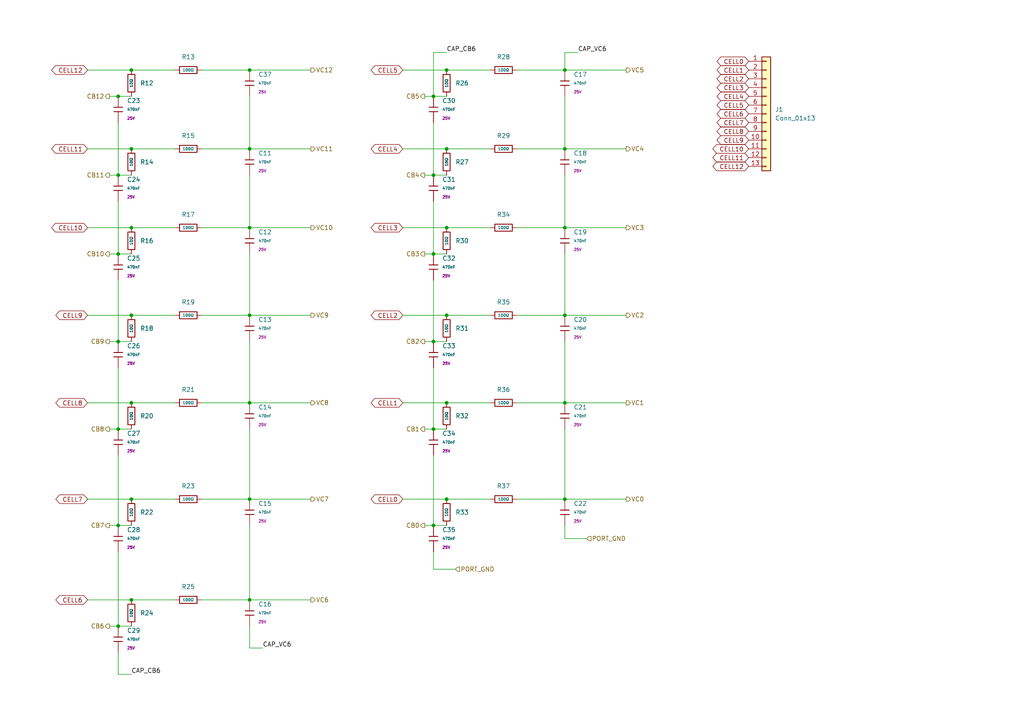
<source format=kicad_sch>
(kicad_sch (version 20250114) (generator "eeschema") (generator_version "9.0")
  (paper "A4")
  (lib_symbols
    (symbol "Connector_Generic:Conn_01x13" (pin_names (offset 1.016) (hide yes))
      (property "Reference" "J" (at 0 17.78 0))
      (property "Value" "Conn_01x13" (at 0 -17.78 0))
      (symbol "Conn_01x13_1_1"
        (pin passive line (at -5.08 15.24 0) (length 3.81) (name "Pin_1") (number "1"))
        (pin passive line (at -5.08 12.7 0) (length 3.81) (name "Pin_2") (number "2"))
        (pin passive line (at -5.08 10.16 0) (length 3.81) (name "Pin_3") (number "3"))
        (pin passive line (at -5.08 7.62 0) (length 3.81) (name "Pin_4") (number "4"))
        (pin passive line (at -5.08 5.08 0) (length 3.81) (name "Pin_5") (number "5"))
        (pin passive line (at -5.08 2.54 0) (length 3.81) (name "Pin_6") (number "6"))
        (pin passive line (at -5.08 0 0) (length 3.81) (name "Pin_7") (number "7"))
        (pin passive line (at -5.08 -2.54 0) (length 3.81) (name "Pin_8") (number "8"))
        (pin passive line (at -5.08 -5.08 0) (length 3.81) (name "Pin_9") (number "9"))
        (pin passive line (at -5.08 -7.62 0) (length 3.81) (name "Pin_10") (number "10"))
        (pin passive line (at -5.08 -10.16 0) (length 3.81) (name "Pin_11") (number "11"))
        (pin passive line (at -5.08 -12.7 0) (length 3.81) (name "Pin_12") (number "12"))
        (pin passive line (at -5.08 -15.24 0) (length 3.81) (name "Pin_13") (number "13"))
      )
    )
    (symbol "PCM_JLCPCB-Capacitors:0603,470nF" (pin_numbers (hide yes)) (pin_names (offset 0))
      (property "Reference" "C" (at 2.032 1.668 0))
      (property "Value" "470nF" (at 2.032 -0.3782 0))
      (property "Voltage Rated" "25V" (at 2.032 -2.0462 0))
      (symbol "0603,470nF_1_1"
        (pin passive line (at 0 3.81 270) (length 3.175) (name "~") (number "1"))
        (pin passive line (at 0 -3.81 90) (length 3.175) (name "~") (number "2"))
      )
    )
    (symbol "PCM_JLCPCB-Resistors:0603,100Ω" (pin_numbers (hide yes)) (pin_names (offset 0))
      (property "Reference" "R" (at 1.778 0 0))
      (property "Value" "100Ω" (at 0 0 90))
      (symbol "0603,100Ω_1_1"
        (pin passive line (at 0 3.81 270) (length 1.27) (name "~") (number "1"))
        (pin passive line (at 0 -3.81 90) (length 1.27) (name "~") (number "2"))
      )
    )
    (symbol "PCM_JLCPCB-Resistors:0603,10Ω" (pin_numbers (hide yes)) (pin_names (offset 0))
      (property "Reference" "R" (at 1.778 0 0))
      (property "Value" "10Ω" (at 0 0 90))
      (symbol "0603,10Ω_1_1"
        (pin passive line (at 0 3.81 270) (length 1.27) (name "~") (number "1"))
        (pin passive line (at 0 -3.81 90) (length 1.27) (name "~") (number "2"))
      )
    )
  )
  (junction (at 34.29 181.61))
  (junction (at 38.1 116.84))
  (junction (at 163.83 43.18))
  (junction (at 34.29 99.06))
  (junction (at 125.73 152.4))
  (junction (at 72.39 43.18))
  (junction (at 72.39 173.99))
  (junction (at 34.29 50.8))
  (junction (at 38.1 144.78))
  (junction (at 125.73 50.8))
  (junction (at 38.1 173.99))
  (junction (at 163.83 144.78))
  (junction (at 125.73 73.66))
  (junction (at 129.54 144.78))
  (junction (at 72.39 116.84))
  (junction (at 72.39 144.78))
  (junction (at 163.83 20.32))
  (junction (at 38.1 20.32))
  (junction (at 125.73 124.46))
  (junction (at 129.54 91.44))
  (junction (at 38.1 43.18))
  (junction (at 163.83 116.84))
  (junction (at 125.73 99.06))
  (junction (at 129.54 116.84))
  (junction (at 38.1 66.04))
  (junction (at 72.39 91.44))
  (junction (at 72.39 20.32))
  (junction (at 34.29 73.66))
  (junction (at 125.73 27.94))
  (junction (at 34.29 27.94))
  (junction (at 129.54 20.32))
  (junction (at 163.83 66.04))
  (junction (at 38.1 91.44))
  (junction (at 129.54 66.04))
  (junction (at 129.54 43.18))
  (junction (at 72.39 66.04))
  (junction (at 34.29 152.4))
  (junction (at 34.29 124.46))
  (junction (at 163.83 91.44))
  (wire (pts (xy 25.4 20.32) (xy 38.1 20.32)))
  (wire (pts (xy 34.29 81.28) (xy 34.29 99.06)))
  (wire (pts (xy 123.19 73.66) (xy 125.73 73.66)))
  (wire (pts (xy 25.4 66.04) (xy 38.1 66.04)))
  (wire (pts (xy 163.83 15.24) (xy 167.64 15.24)))
  (wire (pts (xy 34.29 50.8) (xy 38.1 50.8)))
  (wire (pts (xy 31.75 73.66) (xy 34.29 73.66)))
  (wire (pts (xy 25.4 91.44) (xy 38.1 91.44)))
  (wire (pts (xy 125.73 50.8) (xy 129.54 50.8)))
  (wire (pts (xy 125.73 27.94) (xy 129.54 27.94)))
  (wire (pts (xy 125.73 132.08) (xy 125.73 152.4)))
  (wire (pts (xy 129.54 116.84) (xy 142.24 116.84)))
  (wire (pts (xy 34.29 152.4) (xy 38.1 152.4)))
  (wire (pts (xy 72.39 73.66) (xy 72.39 91.44)))
  (wire (pts (xy 38.1 66.04) (xy 50.8 66.04)))
  (wire (pts (xy 116.84 43.18) (xy 129.54 43.18)))
  (wire (pts (xy 163.83 20.32) (xy 181.61 20.32)))
  (wire (pts (xy 58.42 91.44) (xy 72.39 91.44)))
  (wire (pts (xy 125.73 15.24) (xy 125.73 27.94)))
  (wire (pts (xy 125.73 35.56) (xy 125.73 50.8)))
  (wire (pts (xy 34.29 189.23) (xy 34.29 195.58)))
  (wire (pts (xy 72.39 27.94) (xy 72.39 43.18)))
  (wire (pts (xy 163.83 73.66) (xy 163.83 91.44)))
  (wire (pts (xy 125.73 99.06) (xy 129.54 99.06)))
  (wire (pts (xy 31.75 50.8) (xy 34.29 50.8)))
  (wire (pts (xy 31.75 99.06) (xy 34.29 99.06)))
  (wire (pts (xy 72.39 43.18) (xy 90.17 43.18)))
  (wire (pts (xy 25.4 43.18) (xy 38.1 43.18)))
  (wire (pts (xy 34.29 124.46) (xy 38.1 124.46)))
  (wire (pts (xy 38.1 91.44) (xy 50.8 91.44)))
  (wire (pts (xy 170.18 156.21) (xy 163.83 156.21)))
  (wire (pts (xy 123.19 152.4) (xy 125.73 152.4)))
  (wire (pts (xy 125.73 124.46) (xy 129.54 124.46)))
  (wire (pts (xy 72.39 99.06) (xy 72.39 116.84)))
  (wire (pts (xy 58.42 116.84) (xy 72.39 116.84)))
  (wire (pts (xy 125.73 73.66) (xy 129.54 73.66)))
  (wire (pts (xy 123.19 50.8) (xy 125.73 50.8)))
  (wire (pts (xy 58.42 20.32) (xy 72.39 20.32)))
  (wire (pts (xy 149.86 144.78) (xy 163.83 144.78)))
  (wire (pts (xy 116.84 91.44) (xy 129.54 91.44)))
  (wire (pts (xy 163.83 144.78) (xy 181.61 144.78)))
  (wire (pts (xy 58.42 173.99) (xy 72.39 173.99)))
  (wire (pts (xy 163.83 43.18) (xy 181.61 43.18)))
  (wire (pts (xy 72.39 91.44) (xy 90.17 91.44)))
  (wire (pts (xy 116.84 20.32) (xy 129.54 20.32)))
  (wire (pts (xy 123.19 124.46) (xy 125.73 124.46)))
  (wire (pts (xy 163.83 156.21) (xy 163.83 152.4)))
  (wire (pts (xy 34.29 195.58) (xy 38.1 195.58)))
  (wire (pts (xy 34.29 73.66) (xy 38.1 73.66)))
  (wire (pts (xy 72.39 173.99) (xy 90.17 173.99)))
  (wire (pts (xy 125.73 58.42) (xy 125.73 73.66)))
  (wire (pts (xy 34.29 132.08) (xy 34.29 152.4)))
  (wire (pts (xy 149.86 43.18) (xy 163.83 43.18)))
  (wire (pts (xy 129.54 66.04) (xy 142.24 66.04)))
  (wire (pts (xy 34.29 58.42) (xy 34.29 73.66)))
  (wire (pts (xy 31.75 181.61) (xy 34.29 181.61)))
  (wire (pts (xy 31.75 27.94) (xy 34.29 27.94)))
  (wire (pts (xy 125.73 160.02) (xy 125.73 165.1)))
  (wire (pts (xy 123.19 99.06) (xy 125.73 99.06)))
  (wire (pts (xy 72.39 144.78) (xy 90.17 144.78)))
  (wire (pts (xy 31.75 152.4) (xy 34.29 152.4)))
  (wire (pts (xy 72.39 124.46) (xy 72.39 144.78)))
  (wire (pts (xy 163.83 66.04) (xy 181.61 66.04)))
  (wire (pts (xy 38.1 43.18) (xy 50.8 43.18)))
  (wire (pts (xy 163.83 15.24) (xy 163.83 20.32)))
  (wire (pts (xy 38.1 20.32) (xy 50.8 20.32)))
  (wire (pts (xy 34.29 27.94) (xy 38.1 27.94)))
  (wire (pts (xy 38.1 116.84) (xy 50.8 116.84)))
  (wire (pts (xy 129.54 144.78) (xy 142.24 144.78)))
  (wire (pts (xy 34.29 181.61) (xy 38.1 181.61)))
  (wire (pts (xy 163.83 27.94) (xy 163.83 43.18)))
  (wire (pts (xy 58.42 144.78) (xy 72.39 144.78)))
  (wire (pts (xy 34.29 35.56) (xy 34.29 50.8)))
  (wire (pts (xy 125.73 81.28) (xy 125.73 99.06)))
  (wire (pts (xy 25.4 116.84) (xy 38.1 116.84)))
  (wire (pts (xy 34.29 106.68) (xy 34.29 124.46)))
  (wire (pts (xy 72.39 50.8) (xy 72.39 66.04)))
  (wire (pts (xy 72.39 181.61) (xy 72.39 187.96)))
  (wire (pts (xy 58.42 66.04) (xy 72.39 66.04)))
  (wire (pts (xy 116.84 116.84) (xy 129.54 116.84)))
  (wire (pts (xy 129.54 20.32) (xy 142.24 20.32)))
  (wire (pts (xy 149.86 91.44) (xy 163.83 91.44)))
  (wire (pts (xy 116.84 66.04) (xy 129.54 66.04)))
  (wire (pts (xy 163.83 66.04) (xy 163.83 50.8)))
  (wire (pts (xy 34.29 99.06) (xy 38.1 99.06)))
  (wire (pts (xy 31.75 124.46) (xy 34.29 124.46)))
  (wire (pts (xy 125.73 152.4) (xy 129.54 152.4)))
  (wire (pts (xy 149.86 116.84) (xy 163.83 116.84)))
  (wire (pts (xy 123.19 27.94) (xy 125.73 27.94)))
  (wire (pts (xy 116.84 144.78) (xy 129.54 144.78)))
  (wire (pts (xy 72.39 187.96) (xy 76.2 187.96)))
  (wire (pts (xy 25.4 173.99) (xy 38.1 173.99)))
  (wire (pts (xy 38.1 144.78) (xy 50.8 144.78)))
  (wire (pts (xy 149.86 66.04) (xy 163.83 66.04)))
  (wire (pts (xy 163.83 124.46) (xy 163.83 144.78)))
  (wire (pts (xy 58.42 43.18) (xy 72.39 43.18)))
  (wire (pts (xy 125.73 165.1) (xy 132.08 165.1)))
  (wire (pts (xy 163.83 99.06) (xy 163.83 116.84)))
  (wire (pts (xy 72.39 20.32) (xy 90.17 20.32)))
  (wire (pts (xy 125.73 106.68) (xy 125.73 124.46)))
  (wire (pts (xy 129.54 43.18) (xy 142.24 43.18)))
  (wire (pts (xy 25.4 144.78) (xy 38.1 144.78)))
  (wire (pts (xy 125.73 15.24) (xy 129.54 15.24)))
  (wire (pts (xy 163.83 91.44) (xy 181.61 91.44)))
  (wire (pts (xy 163.83 116.84) (xy 181.61 116.84)))
  (wire (pts (xy 38.1 173.99) (xy 50.8 173.99)))
  (wire (pts (xy 129.54 91.44) (xy 142.24 91.44)))
  (wire (pts (xy 34.29 160.02) (xy 34.29 181.61)))
  (wire (pts (xy 72.39 152.4) (xy 72.39 173.99)))
  (wire (pts (xy 72.39 116.84) (xy 90.17 116.84)))
  (wire (pts (xy 72.39 66.04) (xy 90.17 66.04)))
  (wire (pts (xy 149.86 20.32) (xy 163.83 20.32)))
  (label "CAP_CB6" (at 38.1 195.58 0))
  (label "CAP_VC6" (at 76.2 187.96 0))
  (label "CAP_CB6" (at 129.54 15.24 0))
  (label "CAP_VC6" (at 167.64 15.24 0))
  (global_label "CELL6" (shape bidirectional) (at 25.4 173.99 180) (property "Intersheetrefs" "${INTERSHEET_REFS}" (effects (hide yes))))
  (global_label "CELL0" (shape bidirectional) (at 217.17 17.78 180) (property "Intersheetrefs" "${INTERSHEET_REFS}" (effects (hide yes))))
  (global_label "CELL11" (shape bidirectional) (at 217.17 45.72 180) (property "Intersheetrefs" "${INTERSHEET_REFS}" (effects (hide yes))))
  (global_label "CELL11" (shape bidirectional) (at 25.4 43.18 180) (property "Intersheetrefs" "${INTERSHEET_REFS}" (effects (hide yes))))
  (global_label "CELL5" (shape bidirectional) (at 116.84 20.32 180) (property "Intersheetrefs" "${INTERSHEET_REFS}" (effects (hide yes))))
  (global_label "CELL10" (shape bidirectional) (at 217.17 43.18 180) (property "Intersheetrefs" "${INTERSHEET_REFS}" (effects (hide yes))))
  (global_label "CELL3" (shape bidirectional) (at 116.84 66.04 180) (property "Intersheetrefs" "${INTERSHEET_REFS}" (effects (hide yes))))
  (global_label "CELL8" (shape bidirectional) (at 217.17 38.1 180) (property "Intersheetrefs" "${INTERSHEET_REFS}" (effects (hide yes))))
  (global_label "CELL6" (shape bidirectional) (at 217.17 33.02 180) (property "Intersheetrefs" "${INTERSHEET_REFS}" (effects (hide yes))))
  (global_label "CELL9" (shape bidirectional) (at 25.4 91.44 180) (property "Intersheetrefs" "${INTERSHEET_REFS}" (effects (hide yes))))
  (global_label "CELL7" (shape bidirectional) (at 25.4 144.78 180) (property "Intersheetrefs" "${INTERSHEET_REFS}" (effects (hide yes))))
  (global_label "CELL5" (shape bidirectional) (at 217.17 30.48 180) (property "Intersheetrefs" "${INTERSHEET_REFS}" (effects (hide yes))))
  (global_label "CELL9" (shape bidirectional) (at 217.17 40.64 180) (property "Intersheetrefs" "${INTERSHEET_REFS}" (effects (hide yes))))
  (global_label "CELL1" (shape bidirectional) (at 116.84 116.84 180) (property "Intersheetrefs" "${INTERSHEET_REFS}" (effects (hide yes))))
  (global_label "CELL2" (shape bidirectional) (at 116.84 91.44 180) (property "Intersheetrefs" "${INTERSHEET_REFS}" (effects (hide yes))))
  (global_label "CELL2" (shape bidirectional) (at 217.17 22.86 180) (property "Intersheetrefs" "${INTERSHEET_REFS}" (effects (hide yes))))
  (global_label "CELL4" (shape bidirectional) (at 217.17 27.94 180) (property "Intersheetrefs" "${INTERSHEET_REFS}" (effects (hide yes))))
  (global_label "CELL7" (shape bidirectional) (at 217.17 35.56 180) (property "Intersheetrefs" "${INTERSHEET_REFS}" (effects (hide yes))))
  (global_label "CELL1" (shape bidirectional) (at 217.17 20.32 180) (property "Intersheetrefs" "${INTERSHEET_REFS}" (effects (hide yes))))
  (global_label "CELL4" (shape bidirectional) (at 116.84 43.18 180) (property "Intersheetrefs" "${INTERSHEET_REFS}" (effects (hide yes))))
  (global_label "CELL3" (shape bidirectional) (at 217.17 25.4 180) (property "Intersheetrefs" "${INTERSHEET_REFS}" (effects (hide yes))))
  (global_label "CELL8" (shape bidirectional) (at 25.4 116.84 180) (property "Intersheetrefs" "${INTERSHEET_REFS}" (effects (hide yes))))
  (global_label "CELL12" (shape bidirectional) (at 25.4 20.32 180) (property "Intersheetrefs" "${INTERSHEET_REFS}" (effects (hide yes))))
  (global_label "CELL10" (shape bidirectional) (at 25.4 66.04 180) (property "Intersheetrefs" "${INTERSHEET_REFS}" (effects (hide yes))))
  (global_label "CELL0" (shape bidirectional) (at 116.84 144.78 180) (property "Intersheetrefs" "${INTERSHEET_REFS}" (effects (hide yes))))
  (global_label "CELL12" (shape bidirectional) (at 217.17 48.26 180) (property "Intersheetrefs" "${INTERSHEET_REFS}" (effects (hide yes))))
  (hierarchical_label "CB10" (shape output) (at 31.75 73.66 180))
  (hierarchical_label "CB2" (shape output) (at 123.19 99.06 180))
  (hierarchical_label "VC4" (shape output) (at 181.61 43.18 0))
  (hierarchical_label "VC6" (shape output) (at 90.17 173.99 0))
  (hierarchical_label "VC3" (shape output) (at 181.61 66.04 0))
  (hierarchical_label "PORT_GND" (shape input) (at 170.18 156.21 0))
  (hierarchical_label "VC5" (shape output) (at 181.61 20.32 0))
  (hierarchical_label "VC7" (shape output) (at 90.17 144.78 0))
  (hierarchical_label "PORT_GND" (shape input) (at 132.08 165.1 0))
  (hierarchical_label "VC10" (shape output) (at 90.17 66.04 0))
  (hierarchical_label "VC11" (shape output) (at 90.17 43.18 0))
  (hierarchical_label "VC9" (shape output) (at 90.17 91.44 0))
  (hierarchical_label "VC12" (shape output) (at 90.17 20.32 0))
  (hierarchical_label "CB8" (shape output) (at 31.75 124.46 180))
  (hierarchical_label "VC2" (shape output) (at 181.61 91.44 0))
  (hierarchical_label "VC8" (shape output) (at 90.17 116.84 0))
  (hierarchical_label "CB9" (shape output) (at 31.75 99.06 180))
  (hierarchical_label "CB0" (shape output) (at 123.19 152.4 180))
  (hierarchical_label "CB1" (shape output) (at 123.19 124.46 180))
  (hierarchical_label "VC1" (shape output) (at 181.61 116.84 0))
  (hierarchical_label "CB7" (shape output) (at 31.75 152.4 180))
  (hierarchical_label "CB5" (shape output) (at 123.19 27.94 180))
  (hierarchical_label "CB3" (shape output) (at 123.19 73.66 180))
  (hierarchical_label "CB4" (shape output) (at 123.19 50.8 180))
  (hierarchical_label "CB12" (shape output) (at 31.75 27.94 180))
  (hierarchical_label "CB6" (shape output) (at 31.75 181.61 180))
  (hierarchical_label "CB11" (shape output) (at 31.75 50.8 180))
  (hierarchical_label "VC0" (shape output) (at 181.61 144.78 0))
  (symbol (lib_id "PCM_JLCPCB-Resistors:0603,100Ω") (at 54.61 66.04 90) (unit 1)
    (property "Reference" "R17" (at 54.61 62.23 90))
    (property "Value" "100Ω" (at 54.61 66.04 90) (effects (font (size 0.8 0.8))))
    (property "Footprint" "PCM_JLCPCB:R_0603" (effects (hide yes)))
    (property "Datasheet" "https://www.lcsc.com/datasheet/lcsc_datasheet_2411221126_UNI-ROYAL-Uniroyal-Elec-0603WAF1000T5E_C22775.pdf" (effects (hide yes)))
    (property "Description" "100mW Thick Film Resistors 75V ±1% ±200ppm/°C 100Ω 0603 Chip Resistor - Surface Mount ROHS" (effects (hide yes)))
    (property "LCSC" "C22775" (effects (hide yes)))
    (property "Stock" "6991302" (effects (hide yes)))
    (property "Price" "0.004USD" (effects (hide yes)))
    (property "Process" "SMT" (effects (hide yes)))
    (property "Minimum Qty" "20" (effects (hide yes)))
    (property "Attrition Qty" "10" (effects (hide yes)))
    (property "Class" "Basic Component" (effects (hide yes)))
    (property "Category" "Resistors,Chip Resistor - Surface Mount" (effects (hide yes)))
    (property "Manufacturer" "UNI-ROYAL(Uniroyal Elec)" (effects (hide yes)))
    (property "Part" "0603WAF1000T5E" (effects (hide yes)))
    (property "Resistance" "100Ω" (effects (hide yes)))
    (property "Power(Watts)" "100mW" (effects (hide yes)))
    (property "Type" "Thick Film Resistors" (effects (hide yes)))
    (property "Overload Voltage (Max)" "75V" (effects (hide yes)))
    (property "Operating Temperature Range" "-55°C~+155°C" (effects (hide yes)))
    (property "Tolerance" "±1%" (effects (hide yes)))
    (property "Temperature Coefficient" "±200ppm/°C" (effects (hide yes)))
  )
  (symbol (lib_id "PCM_JLCPCB-Capacitors:0603,470nF") (at 163.83 24.13 0) (unit 1)
    (property "Reference" "C17" (at 166.37 21.5899 0) (effects (justify left)))
    (property "Value" "470nF" (at 166.37 24.13 0) (effects (font (size 0.8 0.8)) (justify left)))
    (property "Footprint" "PCM_JLCPCB:C_0603" (effects (hide yes)))
    (property "Datasheet" "https://www.lcsc.com/datasheet/lcsc_datasheet_2304140030_Samsung-Electro-Mechanics-CL10B474KA8NNNC_C1623.pdf" (effects (hide yes)))
    (property "Description" "25V 470nF X7R ±10% 0603 Multilayer Ceramic Capacitors MLCC - SMD/SMT ROHS" (effects (hide yes)))
    (property "LCSC" "C1623" (effects (hide yes)))
    (property "Stock" "686111" (effects (hide yes)))
    (property "Price" "0.010USD" (effects (hide yes)))
    (property "Process" "SMT" (effects (hide yes)))
    (property "Minimum Qty" "20" (effects (hide yes)))
    (property "Attrition Qty" "10" (effects (hide yes)))
    (property "Class" "Basic Component" (effects (hide yes)))
    (property "Category" "Capacitors,Multilayer Ceramic Capacitors MLCC - SMD/SMT" (effects (hide yes)))
    (property "Manufacturer" "Samsung Electro-Mechanics" (effects (hide yes)))
    (property "Part" "CL10B474KA8NNNC" (effects (hide yes)))
    (property "Voltage Rated" "25V" (at 166.37 26.67 0) (effects (font (size 0.8 0.8)) (justify left)))
    (property "Tolerance" "±10%" (effects (hide yes)))
    (property "Capacitance" "470nF" (effects (hide yes)))
    (property "Temperature Coefficient" "X7R" (effects (hide yes)))
  )
  (symbol (lib_id "PCM_JLCPCB-Capacitors:0603,470nF") (at 34.29 31.75 0) (unit 1)
    (property "Reference" "C23" (at 36.83 29.2099 0) (effects (justify left)))
    (property "Value" "470nF" (at 36.83 31.75 0) (effects (font (size 0.8 0.8)) (justify left)))
    (property "Footprint" "PCM_JLCPCB:C_0603" (effects (hide yes)))
    (property "Datasheet" "https://www.lcsc.com/datasheet/lcsc_datasheet_2304140030_Samsung-Electro-Mechanics-CL10B474KA8NNNC_C1623.pdf" (effects (hide yes)))
    (property "Description" "25V 470nF X7R ±10% 0603 Multilayer Ceramic Capacitors MLCC - SMD/SMT ROHS" (effects (hide yes)))
    (property "LCSC" "C1623" (effects (hide yes)))
    (property "Stock" "686111" (effects (hide yes)))
    (property "Price" "0.010USD" (effects (hide yes)))
    (property "Process" "SMT" (effects (hide yes)))
    (property "Minimum Qty" "20" (effects (hide yes)))
    (property "Attrition Qty" "10" (effects (hide yes)))
    (property "Class" "Basic Component" (effects (hide yes)))
    (property "Category" "Capacitors,Multilayer Ceramic Capacitors MLCC - SMD/SMT" (effects (hide yes)))
    (property "Manufacturer" "Samsung Electro-Mechanics" (effects (hide yes)))
    (property "Part" "CL10B474KA8NNNC" (effects (hide yes)))
    (property "Voltage Rated" "25V" (at 36.83 34.29 0) (effects (font (size 0.8 0.8)) (justify left)))
    (property "Tolerance" "±10%" (effects (hide yes)))
    (property "Capacitance" "470nF" (effects (hide yes)))
    (property "Temperature Coefficient" "X7R" (effects (hide yes)))
  )
  (symbol (lib_id "PCM_JLCPCB-Resistors:0603,100Ω") (at 146.05 43.18 90) (unit 1)
    (property "Reference" "R29" (at 146.05 39.37 90))
    (property "Value" "100Ω" (at 146.05 43.18 90) (effects (font (size 0.8 0.8))))
    (property "Footprint" "PCM_JLCPCB:R_0603" (effects (hide yes)))
    (property "Datasheet" "https://www.lcsc.com/datasheet/lcsc_datasheet_2411221126_UNI-ROYAL-Uniroyal-Elec-0603WAF1000T5E_C22775.pdf" (effects (hide yes)))
    (property "Description" "100mW Thick Film Resistors 75V ±1% ±200ppm/°C 100Ω 0603 Chip Resistor - Surface Mount ROHS" (effects (hide yes)))
    (property "LCSC" "C22775" (effects (hide yes)))
    (property "Stock" "6991302" (effects (hide yes)))
    (property "Price" "0.004USD" (effects (hide yes)))
    (property "Process" "SMT" (effects (hide yes)))
    (property "Minimum Qty" "20" (effects (hide yes)))
    (property "Attrition Qty" "10" (effects (hide yes)))
    (property "Class" "Basic Component" (effects (hide yes)))
    (property "Category" "Resistors,Chip Resistor - Surface Mount" (effects (hide yes)))
    (property "Manufacturer" "UNI-ROYAL(Uniroyal Elec)" (effects (hide yes)))
    (property "Part" "0603WAF1000T5E" (effects (hide yes)))
    (property "Resistance" "100Ω" (effects (hide yes)))
    (property "Power(Watts)" "100mW" (effects (hide yes)))
    (property "Type" "Thick Film Resistors" (effects (hide yes)))
    (property "Overload Voltage (Max)" "75V" (effects (hide yes)))
    (property "Operating Temperature Range" "-55°C~+155°C" (effects (hide yes)))
    (property "Tolerance" "±1%" (effects (hide yes)))
    (property "Temperature Coefficient" "±200ppm/°C" (effects (hide yes)))
  )
  (symbol (lib_id "PCM_JLCPCB-Resistors:0603,100Ω") (at 146.05 20.32 90) (unit 1)
    (property "Reference" "R28" (at 146.05 16.51 90))
    (property "Value" "100Ω" (at 146.05 20.32 90) (effects (font (size 0.8 0.8))))
    (property "Footprint" "PCM_JLCPCB:R_0603" (effects (hide yes)))
    (property "Datasheet" "https://www.lcsc.com/datasheet/lcsc_datasheet_2411221126_UNI-ROYAL-Uniroyal-Elec-0603WAF1000T5E_C22775.pdf" (effects (hide yes)))
    (property "Description" "100mW Thick Film Resistors 75V ±1% ±200ppm/°C 100Ω 0603 Chip Resistor - Surface Mount ROHS" (effects (hide yes)))
    (property "LCSC" "C22775" (effects (hide yes)))
    (property "Stock" "6991302" (effects (hide yes)))
    (property "Price" "0.004USD" (effects (hide yes)))
    (property "Process" "SMT" (effects (hide yes)))
    (property "Minimum Qty" "20" (effects (hide yes)))
    (property "Attrition Qty" "10" (effects (hide yes)))
    (property "Class" "Basic Component" (effects (hide yes)))
    (property "Category" "Resistors,Chip Resistor - Surface Mount" (effects (hide yes)))
    (property "Manufacturer" "UNI-ROYAL(Uniroyal Elec)" (effects (hide yes)))
    (property "Part" "0603WAF1000T5E" (effects (hide yes)))
    (property "Resistance" "100Ω" (effects (hide yes)))
    (property "Power(Watts)" "100mW" (effects (hide yes)))
    (property "Type" "Thick Film Resistors" (effects (hide yes)))
    (property "Overload Voltage (Max)" "75V" (effects (hide yes)))
    (property "Operating Temperature Range" "-55°C~+155°C" (effects (hide yes)))
    (property "Tolerance" "±1%" (effects (hide yes)))
    (property "Temperature Coefficient" "±200ppm/°C" (effects (hide yes)))
  )
  (symbol (lib_id "PCM_JLCPCB-Capacitors:0603,470nF") (at 163.83 69.85 0) (unit 1)
    (property "Reference" "C19" (at 166.37 67.3099 0) (effects (justify left)))
    (property "Value" "470nF" (at 166.37 69.85 0) (effects (font (size 0.8 0.8)) (justify left)))
    (property "Footprint" "PCM_JLCPCB:C_0603" (effects (hide yes)))
    (property "Datasheet" "https://www.lcsc.com/datasheet/lcsc_datasheet_2304140030_Samsung-Electro-Mechanics-CL10B474KA8NNNC_C1623.pdf" (effects (hide yes)))
    (property "Description" "25V 470nF X7R ±10% 0603 Multilayer Ceramic Capacitors MLCC - SMD/SMT ROHS" (effects (hide yes)))
    (property "LCSC" "C1623" (effects (hide yes)))
    (property "Stock" "686111" (effects (hide yes)))
    (property "Price" "0.010USD" (effects (hide yes)))
    (property "Process" "SMT" (effects (hide yes)))
    (property "Minimum Qty" "20" (effects (hide yes)))
    (property "Attrition Qty" "10" (effects (hide yes)))
    (property "Class" "Basic Component" (effects (hide yes)))
    (property "Category" "Capacitors,Multilayer Ceramic Capacitors MLCC - SMD/SMT" (effects (hide yes)))
    (property "Manufacturer" "Samsung Electro-Mechanics" (effects (hide yes)))
    (property "Part" "CL10B474KA8NNNC" (effects (hide yes)))
    (property "Voltage Rated" "25V" (at 166.37 72.39 0) (effects (font (size 0.8 0.8)) (justify left)))
    (property "Tolerance" "±10%" (effects (hide yes)))
    (property "Capacitance" "470nF" (effects (hide yes)))
    (property "Temperature Coefficient" "X7R" (effects (hide yes)))
  )
  (symbol (lib_id "PCM_JLCPCB-Capacitors:0603,470nF") (at 34.29 128.27 0) (unit 1)
    (property "Reference" "C27" (at 36.83 125.7299 0) (effects (justify left)))
    (property "Value" "470nF" (at 36.83 128.27 0) (effects (font (size 0.8 0.8)) (justify left)))
    (property "Footprint" "PCM_JLCPCB:C_0603" (effects (hide yes)))
    (property "Datasheet" "https://www.lcsc.com/datasheet/lcsc_datasheet_2304140030_Samsung-Electro-Mechanics-CL10B474KA8NNNC_C1623.pdf" (effects (hide yes)))
    (property "Description" "25V 470nF X7R ±10% 0603 Multilayer Ceramic Capacitors MLCC - SMD/SMT ROHS" (effects (hide yes)))
    (property "LCSC" "C1623" (effects (hide yes)))
    (property "Stock" "686111" (effects (hide yes)))
    (property "Price" "0.010USD" (effects (hide yes)))
    (property "Process" "SMT" (effects (hide yes)))
    (property "Minimum Qty" "20" (effects (hide yes)))
    (property "Attrition Qty" "10" (effects (hide yes)))
    (property "Class" "Basic Component" (effects (hide yes)))
    (property "Category" "Capacitors,Multilayer Ceramic Capacitors MLCC - SMD/SMT" (effects (hide yes)))
    (property "Manufacturer" "Samsung Electro-Mechanics" (effects (hide yes)))
    (property "Part" "CL10B474KA8NNNC" (effects (hide yes)))
    (property "Voltage Rated" "25V" (at 36.83 130.81 0) (effects (font (size 0.8 0.8)) (justify left)))
    (property "Tolerance" "±10%" (effects (hide yes)))
    (property "Capacitance" "470nF" (effects (hide yes)))
    (property "Temperature Coefficient" "X7R" (effects (hide yes)))
  )
  (symbol (lib_id "Connector_Generic:Conn_01x13") (at 222.25 33.02 0) (unit 1)
    (property "Reference" "J1" (at 224.79 31.7499 0) (effects (justify left)))
    (property "Value" "Conn_01x13" (at 224.79 34.2899 0) (effects (justify left)))
    (property "Footprint" "Connector_PinHeader_2.54mm:PinHeader_1x13_P2.54mm_Vertical" (effects (hide yes)))
    (property "Description" "Generic connector, single row, 01x13, script generated (kicad-library-utils/schlib/autogen/connector/)" (effects (hide yes)))
  )
  (symbol (lib_id "PCM_JLCPCB-Capacitors:0603,470nF") (at 125.73 128.27 0) (unit 1)
    (property "Reference" "C34" (at 128.27 125.7299 0) (effects (justify left)))
    (property "Value" "470nF" (at 128.27 128.27 0) (effects (font (size 0.8 0.8)) (justify left)))
    (property "Footprint" "PCM_JLCPCB:C_0603" (effects (hide yes)))
    (property "Datasheet" "https://www.lcsc.com/datasheet/lcsc_datasheet_2304140030_Samsung-Electro-Mechanics-CL10B474KA8NNNC_C1623.pdf" (effects (hide yes)))
    (property "Description" "25V 470nF X7R ±10% 0603 Multilayer Ceramic Capacitors MLCC - SMD/SMT ROHS" (effects (hide yes)))
    (property "LCSC" "C1623" (effects (hide yes)))
    (property "Stock" "686111" (effects (hide yes)))
    (property "Price" "0.010USD" (effects (hide yes)))
    (property "Process" "SMT" (effects (hide yes)))
    (property "Minimum Qty" "20" (effects (hide yes)))
    (property "Attrition Qty" "10" (effects (hide yes)))
    (property "Class" "Basic Component" (effects (hide yes)))
    (property "Category" "Capacitors,Multilayer Ceramic Capacitors MLCC - SMD/SMT" (effects (hide yes)))
    (property "Manufacturer" "Samsung Electro-Mechanics" (effects (hide yes)))
    (property "Part" "CL10B474KA8NNNC" (effects (hide yes)))
    (property "Voltage Rated" "25V" (at 128.27 130.81 0) (effects (font (size 0.8 0.8)) (justify left)))
    (property "Tolerance" "±10%" (effects (hide yes)))
    (property "Capacitance" "470nF" (effects (hide yes)))
    (property "Temperature Coefficient" "X7R" (effects (hide yes)))
  )
  (symbol (lib_id "PCM_JLCPCB-Capacitors:0603,470nF") (at 163.83 46.99 0) (unit 1)
    (property "Reference" "C18" (at 166.37 44.4499 0) (effects (justify left)))
    (property "Value" "470nF" (at 166.37 46.99 0) (effects (font (size 0.8 0.8)) (justify left)))
    (property "Footprint" "PCM_JLCPCB:C_0603" (effects (hide yes)))
    (property "Datasheet" "https://www.lcsc.com/datasheet/lcsc_datasheet_2304140030_Samsung-Electro-Mechanics-CL10B474KA8NNNC_C1623.pdf" (effects (hide yes)))
    (property "Description" "25V 470nF X7R ±10% 0603 Multilayer Ceramic Capacitors MLCC - SMD/SMT ROHS" (effects (hide yes)))
    (property "LCSC" "C1623" (effects (hide yes)))
    (property "Stock" "686111" (effects (hide yes)))
    (property "Price" "0.010USD" (effects (hide yes)))
    (property "Process" "SMT" (effects (hide yes)))
    (property "Minimum Qty" "20" (effects (hide yes)))
    (property "Attrition Qty" "10" (effects (hide yes)))
    (property "Class" "Basic Component" (effects (hide yes)))
    (property "Category" "Capacitors,Multilayer Ceramic Capacitors MLCC - SMD/SMT" (effects (hide yes)))
    (property "Manufacturer" "Samsung Electro-Mechanics" (effects (hide yes)))
    (property "Part" "CL10B474KA8NNNC" (effects (hide yes)))
    (property "Voltage Rated" "25V" (at 166.37 49.53 0) (effects (font (size 0.8 0.8)) (justify left)))
    (property "Tolerance" "±10%" (effects (hide yes)))
    (property "Capacitance" "470nF" (effects (hide yes)))
    (property "Temperature Coefficient" "X7R" (effects (hide yes)))
  )
  (symbol (lib_id "PCM_JLCPCB-Resistors:0603,100Ω") (at 146.05 91.44 90) (unit 1)
    (property "Reference" "R35" (at 146.05 87.63 90))
    (property "Value" "100Ω" (at 146.05 91.44 90) (effects (font (size 0.8 0.8))))
    (property "Footprint" "PCM_JLCPCB:R_0603" (effects (hide yes)))
    (property "Datasheet" "https://www.lcsc.com/datasheet/lcsc_datasheet_2411221126_UNI-ROYAL-Uniroyal-Elec-0603WAF1000T5E_C22775.pdf" (effects (hide yes)))
    (property "Description" "100mW Thick Film Resistors 75V ±1% ±200ppm/°C 100Ω 0603 Chip Resistor - Surface Mount ROHS" (effects (hide yes)))
    (property "LCSC" "C22775" (effects (hide yes)))
    (property "Stock" "6991302" (effects (hide yes)))
    (property "Price" "0.004USD" (effects (hide yes)))
    (property "Process" "SMT" (effects (hide yes)))
    (property "Minimum Qty" "20" (effects (hide yes)))
    (property "Attrition Qty" "10" (effects (hide yes)))
    (property "Class" "Basic Component" (effects (hide yes)))
    (property "Category" "Resistors,Chip Resistor - Surface Mount" (effects (hide yes)))
    (property "Manufacturer" "UNI-ROYAL(Uniroyal Elec)" (effects (hide yes)))
    (property "Part" "0603WAF1000T5E" (effects (hide yes)))
    (property "Resistance" "100Ω" (effects (hide yes)))
    (property "Power(Watts)" "100mW" (effects (hide yes)))
    (property "Type" "Thick Film Resistors" (effects (hide yes)))
    (property "Overload Voltage (Max)" "75V" (effects (hide yes)))
    (property "Operating Temperature Range" "-55°C~+155°C" (effects (hide yes)))
    (property "Tolerance" "±1%" (effects (hide yes)))
    (property "Temperature Coefficient" "±200ppm/°C" (effects (hide yes)))
  )
  (symbol (lib_id "PCM_JLCPCB-Capacitors:0603,470nF") (at 34.29 156.21 0) (unit 1)
    (property "Reference" "C28" (at 36.83 153.6699 0) (effects (justify left)))
    (property "Value" "470nF" (at 36.83 156.21 0) (effects (font (size 0.8 0.8)) (justify left)))
    (property "Footprint" "PCM_JLCPCB:C_0603" (effects (hide yes)))
    (property "Datasheet" "https://www.lcsc.com/datasheet/lcsc_datasheet_2304140030_Samsung-Electro-Mechanics-CL10B474KA8NNNC_C1623.pdf" (effects (hide yes)))
    (property "Description" "25V 470nF X7R ±10% 0603 Multilayer Ceramic Capacitors MLCC - SMD/SMT ROHS" (effects (hide yes)))
    (property "LCSC" "C1623" (effects (hide yes)))
    (property "Stock" "686111" (effects (hide yes)))
    (property "Price" "0.010USD" (effects (hide yes)))
    (property "Process" "SMT" (effects (hide yes)))
    (property "Minimum Qty" "20" (effects (hide yes)))
    (property "Attrition Qty" "10" (effects (hide yes)))
    (property "Class" "Basic Component" (effects (hide yes)))
    (property "Category" "Capacitors,Multilayer Ceramic Capacitors MLCC - SMD/SMT" (effects (hide yes)))
    (property "Manufacturer" "Samsung Electro-Mechanics" (effects (hide yes)))
    (property "Part" "CL10B474KA8NNNC" (effects (hide yes)))
    (property "Voltage Rated" "25V" (at 36.83 158.75 0) (effects (font (size 0.8 0.8)) (justify left)))
    (property "Tolerance" "±10%" (effects (hide yes)))
    (property "Capacitance" "470nF" (effects (hide yes)))
    (property "Temperature Coefficient" "X7R" (effects (hide yes)))
  )
  (symbol (lib_id "PCM_JLCPCB-Capacitors:0603,470nF") (at 34.29 185.42 0) (unit 1)
    (property "Reference" "C29" (at 36.83 182.8799 0) (effects (justify left)))
    (property "Value" "470nF" (at 36.83 185.42 0) (effects (font (size 0.8 0.8)) (justify left)))
    (property "Footprint" "PCM_JLCPCB:C_0603" (effects (hide yes)))
    (property "Datasheet" "https://www.lcsc.com/datasheet/lcsc_datasheet_2304140030_Samsung-Electro-Mechanics-CL10B474KA8NNNC_C1623.pdf" (effects (hide yes)))
    (property "Description" "25V 470nF X7R ±10% 0603 Multilayer Ceramic Capacitors MLCC - SMD/SMT ROHS" (effects (hide yes)))
    (property "LCSC" "C1623" (effects (hide yes)))
    (property "Stock" "686111" (effects (hide yes)))
    (property "Price" "0.010USD" (effects (hide yes)))
    (property "Process" "SMT" (effects (hide yes)))
    (property "Minimum Qty" "20" (effects (hide yes)))
    (property "Attrition Qty" "10" (effects (hide yes)))
    (property "Class" "Basic Component" (effects (hide yes)))
    (property "Category" "Capacitors,Multilayer Ceramic Capacitors MLCC - SMD/SMT" (effects (hide yes)))
    (property "Manufacturer" "Samsung Electro-Mechanics" (effects (hide yes)))
    (property "Part" "CL10B474KA8NNNC" (effects (hide yes)))
    (property "Voltage Rated" "25V" (at 36.83 187.96 0) (effects (font (size 0.8 0.8)) (justify left)))
    (property "Tolerance" "±10%" (effects (hide yes)))
    (property "Capacitance" "470nF" (effects (hide yes)))
    (property "Temperature Coefficient" "X7R" (effects (hide yes)))
  )
  (symbol (lib_id "PCM_JLCPCB-Resistors:0603,100Ω") (at 54.61 20.32 90) (unit 1)
    (property "Reference" "R13" (at 54.61 16.51 90))
    (property "Value" "100Ω" (at 54.61 20.32 90) (effects (font (size 0.8 0.8))))
    (property "Footprint" "PCM_JLCPCB:R_0603" (effects (hide yes)))
    (property "Datasheet" "https://www.lcsc.com/datasheet/lcsc_datasheet_2411221126_UNI-ROYAL-Uniroyal-Elec-0603WAF1000T5E_C22775.pdf" (effects (hide yes)))
    (property "Description" "100mW Thick Film Resistors 75V ±1% ±200ppm/°C 100Ω 0603 Chip Resistor - Surface Mount ROHS" (effects (hide yes)))
    (property "LCSC" "C22775" (effects (hide yes)))
    (property "Stock" "6991302" (effects (hide yes)))
    (property "Price" "0.004USD" (effects (hide yes)))
    (property "Process" "SMT" (effects (hide yes)))
    (property "Minimum Qty" "20" (effects (hide yes)))
    (property "Attrition Qty" "10" (effects (hide yes)))
    (property "Class" "Basic Component" (effects (hide yes)))
    (property "Category" "Resistors,Chip Resistor - Surface Mount" (effects (hide yes)))
    (property "Manufacturer" "UNI-ROYAL(Uniroyal Elec)" (effects (hide yes)))
    (property "Part" "0603WAF1000T5E" (effects (hide yes)))
    (property "Resistance" "100Ω" (effects (hide yes)))
    (property "Power(Watts)" "100mW" (effects (hide yes)))
    (property "Type" "Thick Film Resistors" (effects (hide yes)))
    (property "Overload Voltage (Max)" "75V" (effects (hide yes)))
    (property "Operating Temperature Range" "-55°C~+155°C" (effects (hide yes)))
    (property "Tolerance" "±1%" (effects (hide yes)))
    (property "Temperature Coefficient" "±200ppm/°C" (effects (hide yes)))
  )
  (symbol (lib_id "PCM_JLCPCB-Capacitors:0603,470nF") (at 72.39 148.59 0) (unit 1)
    (property "Reference" "C15" (at 74.93 146.0499 0) (effects (justify left)))
    (property "Value" "470nF" (at 74.93 148.59 0) (effects (font (size 0.8 0.8)) (justify left)))
    (property "Footprint" "PCM_JLCPCB:C_0603" (effects (hide yes)))
    (property "Datasheet" "https://www.lcsc.com/datasheet/lcsc_datasheet_2304140030_Samsung-Electro-Mechanics-CL10B474KA8NNNC_C1623.pdf" (effects (hide yes)))
    (property "Description" "25V 470nF X7R ±10% 0603 Multilayer Ceramic Capacitors MLCC - SMD/SMT ROHS" (effects (hide yes)))
    (property "LCSC" "C1623" (effects (hide yes)))
    (property "Stock" "686111" (effects (hide yes)))
    (property "Price" "0.010USD" (effects (hide yes)))
    (property "Process" "SMT" (effects (hide yes)))
    (property "Minimum Qty" "20" (effects (hide yes)))
    (property "Attrition Qty" "10" (effects (hide yes)))
    (property "Class" "Basic Component" (effects (hide yes)))
    (property "Category" "Capacitors,Multilayer Ceramic Capacitors MLCC - SMD/SMT" (effects (hide yes)))
    (property "Manufacturer" "Samsung Electro-Mechanics" (effects (hide yes)))
    (property "Part" "CL10B474KA8NNNC" (effects (hide yes)))
    (property "Voltage Rated" "25V" (at 74.93 151.13 0) (effects (font (size 0.8 0.8)) (justify left)))
    (property "Tolerance" "±10%" (effects (hide yes)))
    (property "Capacitance" "470nF" (effects (hide yes)))
    (property "Temperature Coefficient" "X7R" (effects (hide yes)))
  )
  (symbol (lib_id "PCM_JLCPCB-Resistors:0603,10Ω") (at 38.1 148.59 0) (unit 1)
    (property "Reference" "R22" (at 40.64 148.5899 0) (effects (justify left)))
    (property "Value" "10Ω" (at 38.1 148.59 90) (effects (font (size 0.8 0.8))))
    (property "Footprint" "PCM_JLCPCB:R_0603" (effects (hide yes)))
    (property "Datasheet" "https://www.lcsc.com/datasheet/lcsc_datasheet_2206010130_UNI-ROYAL-Uniroyal-Elec-0603WAF100JT5E_C22859.pdf" (effects (hide yes)))
    (property "Description" "100mW Thick Film Resistors 75V ±1% ±400ppm/°C 10Ω 0603 Chip Resistor - Surface Mount ROHS" (effects (hide yes)))
    (property "LCSC" "C22859" (effects (hide yes)))
    (property "Stock" "6146753" (effects (hide yes)))
    (property "Price" "0.004USD" (effects (hide yes)))
    (property "Process" "SMT" (effects (hide yes)))
    (property "Minimum Qty" "20" (effects (hide yes)))
    (property "Attrition Qty" "10" (effects (hide yes)))
    (property "Class" "Basic Component" (effects (hide yes)))
    (property "Category" "Resistors,Chip Resistor - Surface Mount" (effects (hide yes)))
    (property "Manufacturer" "UNI-ROYAL(Uniroyal Elec)" (effects (hide yes)))
    (property "Part" "0603WAF100JT5E" (effects (hide yes)))
    (property "Resistance" "10Ω" (effects (hide yes)))
    (property "Power(Watts)" "100mW" (effects (hide yes)))
    (property "Type" "Thick Film Resistors" (effects (hide yes)))
    (property "Overload Voltage (Max)" "75V" (effects (hide yes)))
    (property "Operating Temperature Range" "-55°C~+155°C" (effects (hide yes)))
    (property "Tolerance" "±1%" (effects (hide yes)))
    (property "Temperature Coefficient" "±400ppm/°C" (effects (hide yes)))
  )
  (symbol (lib_id "PCM_JLCPCB-Resistors:0603,10Ω") (at 38.1 177.8 0) (unit 1)
    (property "Reference" "R24" (at 40.64 177.7999 0) (effects (justify left)))
    (property "Value" "10Ω" (at 38.1 177.8 90) (effects (font (size 0.8 0.8))))
    (property "Footprint" "PCM_JLCPCB:R_0603" (effects (hide yes)))
    (property "Datasheet" "https://www.lcsc.com/datasheet/lcsc_datasheet_2206010130_UNI-ROYAL-Uniroyal-Elec-0603WAF100JT5E_C22859.pdf" (effects (hide yes)))
    (property "Description" "100mW Thick Film Resistors 75V ±1% ±400ppm/°C 10Ω 0603 Chip Resistor - Surface Mount ROHS" (effects (hide yes)))
    (property "LCSC" "C22859" (effects (hide yes)))
    (property "Stock" "6146753" (effects (hide yes)))
    (property "Price" "0.004USD" (effects (hide yes)))
    (property "Process" "SMT" (effects (hide yes)))
    (property "Minimum Qty" "20" (effects (hide yes)))
    (property "Attrition Qty" "10" (effects (hide yes)))
    (property "Class" "Basic Component" (effects (hide yes)))
    (property "Category" "Resistors,Chip Resistor - Surface Mount" (effects (hide yes)))
    (property "Manufacturer" "UNI-ROYAL(Uniroyal Elec)" (effects (hide yes)))
    (property "Part" "0603WAF100JT5E" (effects (hide yes)))
    (property "Resistance" "10Ω" (effects (hide yes)))
    (property "Power(Watts)" "100mW" (effects (hide yes)))
    (property "Type" "Thick Film Resistors" (effects (hide yes)))
    (property "Overload Voltage (Max)" "75V" (effects (hide yes)))
    (property "Operating Temperature Range" "-55°C~+155°C" (effects (hide yes)))
    (property "Tolerance" "±1%" (effects (hide yes)))
    (property "Temperature Coefficient" "±400ppm/°C" (effects (hide yes)))
  )
  (symbol (lib_id "PCM_JLCPCB-Resistors:0603,100Ω") (at 54.61 173.99 90) (unit 1)
    (property "Reference" "R25" (at 54.61 170.18 90))
    (property "Value" "100Ω" (at 54.61 173.99 90) (effects (font (size 0.8 0.8))))
    (property "Footprint" "PCM_JLCPCB:R_0603" (effects (hide yes)))
    (property "Datasheet" "https://www.lcsc.com/datasheet/lcsc_datasheet_2411221126_UNI-ROYAL-Uniroyal-Elec-0603WAF1000T5E_C22775.pdf" (effects (hide yes)))
    (property "Description" "100mW Thick Film Resistors 75V ±1% ±200ppm/°C 100Ω 0603 Chip Resistor - Surface Mount ROHS" (effects (hide yes)))
    (property "LCSC" "C22775" (effects (hide yes)))
    (property "Stock" "6991302" (effects (hide yes)))
    (property "Price" "0.004USD" (effects (hide yes)))
    (property "Process" "SMT" (effects (hide yes)))
    (property "Minimum Qty" "20" (effects (hide yes)))
    (property "Attrition Qty" "10" (effects (hide yes)))
    (property "Class" "Basic Component" (effects (hide yes)))
    (property "Category" "Resistors,Chip Resistor - Surface Mount" (effects (hide yes)))
    (property "Manufacturer" "UNI-ROYAL(Uniroyal Elec)" (effects (hide yes)))
    (property "Part" "0603WAF1000T5E" (effects (hide yes)))
    (property "Resistance" "100Ω" (effects (hide yes)))
    (property "Power(Watts)" "100mW" (effects (hide yes)))
    (property "Type" "Thick Film Resistors" (effects (hide yes)))
    (property "Overload Voltage (Max)" "75V" (effects (hide yes)))
    (property "Operating Temperature Range" "-55°C~+155°C" (effects (hide yes)))
    (property "Tolerance" "±1%" (effects (hide yes)))
    (property "Temperature Coefficient" "±200ppm/°C" (effects (hide yes)))
  )
  (symbol (lib_id "PCM_JLCPCB-Resistors:0603,10Ω") (at 38.1 95.25 0) (unit 1)
    (property "Reference" "R18" (at 40.64 95.2499 0) (effects (justify left)))
    (property "Value" "10Ω" (at 38.1 95.25 90) (effects (font (size 0.8 0.8))))
    (property "Footprint" "PCM_JLCPCB:R_0603" (effects (hide yes)))
    (property "Datasheet" "https://www.lcsc.com/datasheet/lcsc_datasheet_2206010130_UNI-ROYAL-Uniroyal-Elec-0603WAF100JT5E_C22859.pdf" (effects (hide yes)))
    (property "Description" "100mW Thick Film Resistors 75V ±1% ±400ppm/°C 10Ω 0603 Chip Resistor - Surface Mount ROHS" (effects (hide yes)))
    (property "LCSC" "C22859" (effects (hide yes)))
    (property "Stock" "6146753" (effects (hide yes)))
    (property "Price" "0.004USD" (effects (hide yes)))
    (property "Process" "SMT" (effects (hide yes)))
    (property "Minimum Qty" "20" (effects (hide yes)))
    (property "Attrition Qty" "10" (effects (hide yes)))
    (property "Class" "Basic Component" (effects (hide yes)))
    (property "Category" "Resistors,Chip Resistor - Surface Mount" (effects (hide yes)))
    (property "Manufacturer" "UNI-ROYAL(Uniroyal Elec)" (effects (hide yes)))
    (property "Part" "0603WAF100JT5E" (effects (hide yes)))
    (property "Resistance" "10Ω" (effects (hide yes)))
    (property "Power(Watts)" "100mW" (effects (hide yes)))
    (property "Type" "Thick Film Resistors" (effects (hide yes)))
    (property "Overload Voltage (Max)" "75V" (effects (hide yes)))
    (property "Operating Temperature Range" "-55°C~+155°C" (effects (hide yes)))
    (property "Tolerance" "±1%" (effects (hide yes)))
    (property "Temperature Coefficient" "±400ppm/°C" (effects (hide yes)))
  )
  (symbol (lib_id "PCM_JLCPCB-Capacitors:0603,470nF") (at 125.73 156.21 0) (unit 1)
    (property "Reference" "C35" (at 128.27 153.6699 0) (effects (justify left)))
    (property "Value" "470nF" (at 128.27 156.21 0) (effects (font (size 0.8 0.8)) (justify left)))
    (property "Footprint" "PCM_JLCPCB:C_0603" (effects (hide yes)))
    (property "Datasheet" "https://www.lcsc.com/datasheet/lcsc_datasheet_2304140030_Samsung-Electro-Mechanics-CL10B474KA8NNNC_C1623.pdf" (effects (hide yes)))
    (property "Description" "25V 470nF X7R ±10% 0603 Multilayer Ceramic Capacitors MLCC - SMD/SMT ROHS" (effects (hide yes)))
    (property "LCSC" "C1623" (effects (hide yes)))
    (property "Stock" "686111" (effects (hide yes)))
    (property "Price" "0.010USD" (effects (hide yes)))
    (property "Process" "SMT" (effects (hide yes)))
    (property "Minimum Qty" "20" (effects (hide yes)))
    (property "Attrition Qty" "10" (effects (hide yes)))
    (property "Class" "Basic Component" (effects (hide yes)))
    (property "Category" "Capacitors,Multilayer Ceramic Capacitors MLCC - SMD/SMT" (effects (hide yes)))
    (property "Manufacturer" "Samsung Electro-Mechanics" (effects (hide yes)))
    (property "Part" "CL10B474KA8NNNC" (effects (hide yes)))
    (property "Voltage Rated" "25V" (at 128.27 158.75 0) (effects (font (size 0.8 0.8)) (justify left)))
    (property "Tolerance" "±10%" (effects (hide yes)))
    (property "Capacitance" "470nF" (effects (hide yes)))
    (property "Temperature Coefficient" "X7R" (effects (hide yes)))
  )
  (symbol (lib_id "PCM_JLCPCB-Capacitors:0603,470nF") (at 163.83 95.25 0) (unit 1)
    (property "Reference" "C20" (at 166.37 92.7099 0) (effects (justify left)))
    (property "Value" "470nF" (at 166.37 95.25 0) (effects (font (size 0.8 0.8)) (justify left)))
    (property "Footprint" "PCM_JLCPCB:C_0603" (effects (hide yes)))
    (property "Datasheet" "https://www.lcsc.com/datasheet/lcsc_datasheet_2304140030_Samsung-Electro-Mechanics-CL10B474KA8NNNC_C1623.pdf" (effects (hide yes)))
    (property "Description" "25V 470nF X7R ±10% 0603 Multilayer Ceramic Capacitors MLCC - SMD/SMT ROHS" (effects (hide yes)))
    (property "LCSC" "C1623" (effects (hide yes)))
    (property "Stock" "686111" (effects (hide yes)))
    (property "Price" "0.010USD" (effects (hide yes)))
    (property "Process" "SMT" (effects (hide yes)))
    (property "Minimum Qty" "20" (effects (hide yes)))
    (property "Attrition Qty" "10" (effects (hide yes)))
    (property "Class" "Basic Component" (effects (hide yes)))
    (property "Category" "Capacitors,Multilayer Ceramic Capacitors MLCC - SMD/SMT" (effects (hide yes)))
    (property "Manufacturer" "Samsung Electro-Mechanics" (effects (hide yes)))
    (property "Part" "CL10B474KA8NNNC" (effects (hide yes)))
    (property "Voltage Rated" "25V" (at 166.37 97.79 0) (effects (font (size 0.8 0.8)) (justify left)))
    (property "Tolerance" "±10%" (effects (hide yes)))
    (property "Capacitance" "470nF" (effects (hide yes)))
    (property "Temperature Coefficient" "X7R" (effects (hide yes)))
  )
  (symbol (lib_id "PCM_JLCPCB-Resistors:0603,10Ω") (at 38.1 120.65 0) (unit 1)
    (property "Reference" "R20" (at 40.64 120.6499 0) (effects (justify left)))
    (property "Value" "10Ω" (at 38.1 120.65 90) (effects (font (size 0.8 0.8))))
    (property "Footprint" "PCM_JLCPCB:R_0603" (effects (hide yes)))
    (property "Datasheet" "https://www.lcsc.com/datasheet/lcsc_datasheet_2206010130_UNI-ROYAL-Uniroyal-Elec-0603WAF100JT5E_C22859.pdf" (effects (hide yes)))
    (property "Description" "100mW Thick Film Resistors 75V ±1% ±400ppm/°C 10Ω 0603 Chip Resistor - Surface Mount ROHS" (effects (hide yes)))
    (property "LCSC" "C22859" (effects (hide yes)))
    (property "Stock" "6146753" (effects (hide yes)))
    (property "Price" "0.004USD" (effects (hide yes)))
    (property "Process" "SMT" (effects (hide yes)))
    (property "Minimum Qty" "20" (effects (hide yes)))
    (property "Attrition Qty" "10" (effects (hide yes)))
    (property "Class" "Basic Component" (effects (hide yes)))
    (property "Category" "Resistors,Chip Resistor - Surface Mount" (effects (hide yes)))
    (property "Manufacturer" "UNI-ROYAL(Uniroyal Elec)" (effects (hide yes)))
    (property "Part" "0603WAF100JT5E" (effects (hide yes)))
    (property "Resistance" "10Ω" (effects (hide yes)))
    (property "Power(Watts)" "100mW" (effects (hide yes)))
    (property "Type" "Thick Film Resistors" (effects (hide yes)))
    (property "Overload Voltage (Max)" "75V" (effects (hide yes)))
    (property "Operating Temperature Range" "-55°C~+155°C" (effects (hide yes)))
    (property "Tolerance" "±1%" (effects (hide yes)))
    (property "Temperature Coefficient" "±400ppm/°C" (effects (hide yes)))
  )
  (symbol (lib_id "PCM_JLCPCB-Capacitors:0603,470nF") (at 125.73 77.47 0) (unit 1)
    (property "Reference" "C32" (at 128.27 74.9299 0) (effects (justify left)))
    (property "Value" "470nF" (at 128.27 77.47 0) (effects (font (size 0.8 0.8)) (justify left)))
    (property "Footprint" "PCM_JLCPCB:C_0603" (effects (hide yes)))
    (property "Datasheet" "https://www.lcsc.com/datasheet/lcsc_datasheet_2304140030_Samsung-Electro-Mechanics-CL10B474KA8NNNC_C1623.pdf" (effects (hide yes)))
    (property "Description" "25V 470nF X7R ±10% 0603 Multilayer Ceramic Capacitors MLCC - SMD/SMT ROHS" (effects (hide yes)))
    (property "LCSC" "C1623" (effects (hide yes)))
    (property "Stock" "686111" (effects (hide yes)))
    (property "Price" "0.010USD" (effects (hide yes)))
    (property "Process" "SMT" (effects (hide yes)))
    (property "Minimum Qty" "20" (effects (hide yes)))
    (property "Attrition Qty" "10" (effects (hide yes)))
    (property "Class" "Basic Component" (effects (hide yes)))
    (property "Category" "Capacitors,Multilayer Ceramic Capacitors MLCC - SMD/SMT" (effects (hide yes)))
    (property "Manufacturer" "Samsung Electro-Mechanics" (effects (hide yes)))
    (property "Part" "CL10B474KA8NNNC" (effects (hide yes)))
    (property "Voltage Rated" "25V" (at 128.27 80.01 0) (effects (font (size 0.8 0.8)) (justify left)))
    (property "Tolerance" "±10%" (effects (hide yes)))
    (property "Capacitance" "470nF" (effects (hide yes)))
    (property "Temperature Coefficient" "X7R" (effects (hide yes)))
  )
  (symbol (lib_id "PCM_JLCPCB-Resistors:0603,10Ω") (at 38.1 69.85 0) (unit 1)
    (property "Reference" "R16" (at 40.64 69.8499 0) (effects (justify left)))
    (property "Value" "10Ω" (at 38.1 69.85 90) (effects (font (size 0.8 0.8))))
    (property "Footprint" "PCM_JLCPCB:R_0603" (effects (hide yes)))
    (property "Datasheet" "https://www.lcsc.com/datasheet/lcsc_datasheet_2206010130_UNI-ROYAL-Uniroyal-Elec-0603WAF100JT5E_C22859.pdf" (effects (hide yes)))
    (property "Description" "100mW Thick Film Resistors 75V ±1% ±400ppm/°C 10Ω 0603 Chip Resistor - Surface Mount ROHS" (effects (hide yes)))
    (property "LCSC" "C22859" (effects (hide yes)))
    (property "Stock" "6146753" (effects (hide yes)))
    (property "Price" "0.004USD" (effects (hide yes)))
    (property "Process" "SMT" (effects (hide yes)))
    (property "Minimum Qty" "20" (effects (hide yes)))
    (property "Attrition Qty" "10" (effects (hide yes)))
    (property "Class" "Basic Component" (effects (hide yes)))
    (property "Category" "Resistors,Chip Resistor - Surface Mount" (effects (hide yes)))
    (property "Manufacturer" "UNI-ROYAL(Uniroyal Elec)" (effects (hide yes)))
    (property "Part" "0603WAF100JT5E" (effects (hide yes)))
    (property "Resistance" "10Ω" (effects (hide yes)))
    (property "Power(Watts)" "100mW" (effects (hide yes)))
    (property "Type" "Thick Film Resistors" (effects (hide yes)))
    (property "Overload Voltage (Max)" "75V" (effects (hide yes)))
    (property "Operating Temperature Range" "-55°C~+155°C" (effects (hide yes)))
    (property "Tolerance" "±1%" (effects (hide yes)))
    (property "Temperature Coefficient" "±400ppm/°C" (effects (hide yes)))
  )
  (symbol (lib_id "PCM_JLCPCB-Capacitors:0603,470nF") (at 72.39 120.65 0) (unit 1)
    (property "Reference" "C14" (at 74.93 118.1099 0) (effects (justify left)))
    (property "Value" "470nF" (at 74.93 120.65 0) (effects (font (size 0.8 0.8)) (justify left)))
    (property "Footprint" "PCM_JLCPCB:C_0603" (effects (hide yes)))
    (property "Datasheet" "https://www.lcsc.com/datasheet/lcsc_datasheet_2304140030_Samsung-Electro-Mechanics-CL10B474KA8NNNC_C1623.pdf" (effects (hide yes)))
    (property "Description" "25V 470nF X7R ±10% 0603 Multilayer Ceramic Capacitors MLCC - SMD/SMT ROHS" (effects (hide yes)))
    (property "LCSC" "C1623" (effects (hide yes)))
    (property "Stock" "686111" (effects (hide yes)))
    (property "Price" "0.010USD" (effects (hide yes)))
    (property "Process" "SMT" (effects (hide yes)))
    (property "Minimum Qty" "20" (effects (hide yes)))
    (property "Attrition Qty" "10" (effects (hide yes)))
    (property "Class" "Basic Component" (effects (hide yes)))
    (property "Category" "Capacitors,Multilayer Ceramic Capacitors MLCC - SMD/SMT" (effects (hide yes)))
    (property "Manufacturer" "Samsung Electro-Mechanics" (effects (hide yes)))
    (property "Part" "CL10B474KA8NNNC" (effects (hide yes)))
    (property "Voltage Rated" "25V" (at 74.93 123.19 0) (effects (font (size 0.8 0.8)) (justify left)))
    (property "Tolerance" "±10%" (effects (hide yes)))
    (property "Capacitance" "470nF" (effects (hide yes)))
    (property "Temperature Coefficient" "X7R" (effects (hide yes)))
  )
  (symbol (lib_id "PCM_JLCPCB-Resistors:0603,100Ω") (at 54.61 144.78 90) (unit 1)
    (property "Reference" "R23" (at 54.61 140.97 90))
    (property "Value" "100Ω" (at 54.61 144.78 90) (effects (font (size 0.8 0.8))))
    (property "Footprint" "PCM_JLCPCB:R_0603" (effects (hide yes)))
    (property "Datasheet" "https://www.lcsc.com/datasheet/lcsc_datasheet_2411221126_UNI-ROYAL-Uniroyal-Elec-0603WAF1000T5E_C22775.pdf" (effects (hide yes)))
    (property "Description" "100mW Thick Film Resistors 75V ±1% ±200ppm/°C 100Ω 0603 Chip Resistor - Surface Mount ROHS" (effects (hide yes)))
    (property "LCSC" "C22775" (effects (hide yes)))
    (property "Stock" "6991302" (effects (hide yes)))
    (property "Price" "0.004USD" (effects (hide yes)))
    (property "Process" "SMT" (effects (hide yes)))
    (property "Minimum Qty" "20" (effects (hide yes)))
    (property "Attrition Qty" "10" (effects (hide yes)))
    (property "Class" "Basic Component" (effects (hide yes)))
    (property "Category" "Resistors,Chip Resistor - Surface Mount" (effects (hide yes)))
    (property "Manufacturer" "UNI-ROYAL(Uniroyal Elec)" (effects (hide yes)))
    (property "Part" "0603WAF1000T5E" (effects (hide yes)))
    (property "Resistance" "100Ω" (effects (hide yes)))
    (property "Power(Watts)" "100mW" (effects (hide yes)))
    (property "Type" "Thick Film Resistors" (effects (hide yes)))
    (property "Overload Voltage (Max)" "75V" (effects (hide yes)))
    (property "Operating Temperature Range" "-55°C~+155°C" (effects (hide yes)))
    (property "Tolerance" "±1%" (effects (hide yes)))
    (property "Temperature Coefficient" "±200ppm/°C" (effects (hide yes)))
  )
  (symbol (lib_id "PCM_JLCPCB-Resistors:0603,10Ω") (at 129.54 148.59 0) (unit 1)
    (property "Reference" "R33" (at 132.08 148.5899 0) (effects (justify left)))
    (property "Value" "10Ω" (at 129.54 148.59 90) (effects (font (size 0.8 0.8))))
    (property "Footprint" "PCM_JLCPCB:R_0603" (effects (hide yes)))
    (property "Datasheet" "https://www.lcsc.com/datasheet/lcsc_datasheet_2206010130_UNI-ROYAL-Uniroyal-Elec-0603WAF100JT5E_C22859.pdf" (effects (hide yes)))
    (property "Description" "100mW Thick Film Resistors 75V ±1% ±400ppm/°C 10Ω 0603 Chip Resistor - Surface Mount ROHS" (effects (hide yes)))
    (property "LCSC" "C22859" (effects (hide yes)))
    (property "Stock" "6146753" (effects (hide yes)))
    (property "Price" "0.004USD" (effects (hide yes)))
    (property "Process" "SMT" (effects (hide yes)))
    (property "Minimum Qty" "20" (effects (hide yes)))
    (property "Attrition Qty" "10" (effects (hide yes)))
    (property "Class" "Basic Component" (effects (hide yes)))
    (property "Category" "Resistors,Chip Resistor - Surface Mount" (effects (hide yes)))
    (property "Manufacturer" "UNI-ROYAL(Uniroyal Elec)" (effects (hide yes)))
    (property "Part" "0603WAF100JT5E" (effects (hide yes)))
    (property "Resistance" "10Ω" (effects (hide yes)))
    (property "Power(Watts)" "100mW" (effects (hide yes)))
    (property "Type" "Thick Film Resistors" (effects (hide yes)))
    (property "Overload Voltage (Max)" "75V" (effects (hide yes)))
    (property "Operating Temperature Range" "-55°C~+155°C" (effects (hide yes)))
    (property "Tolerance" "±1%" (effects (hide yes)))
    (property "Temperature Coefficient" "±400ppm/°C" (effects (hide yes)))
  )
  (symbol (lib_id "PCM_JLCPCB-Capacitors:0603,470nF") (at 125.73 102.87 0) (unit 1)
    (property "Reference" "C33" (at 128.27 100.3299 0) (effects (justify left)))
    (property "Value" "470nF" (at 128.27 102.87 0) (effects (font (size 0.8 0.8)) (justify left)))
    (property "Footprint" "PCM_JLCPCB:C_0603" (effects (hide yes)))
    (property "Datasheet" "https://www.lcsc.com/datasheet/lcsc_datasheet_2304140030_Samsung-Electro-Mechanics-CL10B474KA8NNNC_C1623.pdf" (effects (hide yes)))
    (property "Description" "25V 470nF X7R ±10% 0603 Multilayer Ceramic Capacitors MLCC - SMD/SMT ROHS" (effects (hide yes)))
    (property "LCSC" "C1623" (effects (hide yes)))
    (property "Stock" "686111" (effects (hide yes)))
    (property "Price" "0.010USD" (effects (hide yes)))
    (property "Process" "SMT" (effects (hide yes)))
    (property "Minimum Qty" "20" (effects (hide yes)))
    (property "Attrition Qty" "10" (effects (hide yes)))
    (property "Class" "Basic Component" (effects (hide yes)))
    (property "Category" "Capacitors,Multilayer Ceramic Capacitors MLCC - SMD/SMT" (effects (hide yes)))
    (property "Manufacturer" "Samsung Electro-Mechanics" (effects (hide yes)))
    (property "Part" "CL10B474KA8NNNC" (effects (hide yes)))
    (property "Voltage Rated" "25V" (at 128.27 105.41 0) (effects (font (size 0.8 0.8)) (justify left)))
    (property "Tolerance" "±10%" (effects (hide yes)))
    (property "Capacitance" "470nF" (effects (hide yes)))
    (property "Temperature Coefficient" "X7R" (effects (hide yes)))
  )
  (symbol (lib_id "PCM_JLCPCB-Resistors:0603,100Ω") (at 146.05 66.04 90) (unit 1)
    (property "Reference" "R34" (at 146.05 62.23 90))
    (property "Value" "100Ω" (at 146.05 66.04 90) (effects (font (size 0.8 0.8))))
    (property "Footprint" "PCM_JLCPCB:R_0603" (effects (hide yes)))
    (property "Datasheet" "https://www.lcsc.com/datasheet/lcsc_datasheet_2411221126_UNI-ROYAL-Uniroyal-Elec-0603WAF1000T5E_C22775.pdf" (effects (hide yes)))
    (property "Description" "100mW Thick Film Resistors 75V ±1% ±200ppm/°C 100Ω 0603 Chip Resistor - Surface Mount ROHS" (effects (hide yes)))
    (property "LCSC" "C22775" (effects (hide yes)))
    (property "Stock" "6991302" (effects (hide yes)))
    (property "Price" "0.004USD" (effects (hide yes)))
    (property "Process" "SMT" (effects (hide yes)))
    (property "Minimum Qty" "20" (effects (hide yes)))
    (property "Attrition Qty" "10" (effects (hide yes)))
    (property "Class" "Basic Component" (effects (hide yes)))
    (property "Category" "Resistors,Chip Resistor - Surface Mount" (effects (hide yes)))
    (property "Manufacturer" "UNI-ROYAL(Uniroyal Elec)" (effects (hide yes)))
    (property "Part" "0603WAF1000T5E" (effects (hide yes)))
    (property "Resistance" "100Ω" (effects (hide yes)))
    (property "Power(Watts)" "100mW" (effects (hide yes)))
    (property "Type" "Thick Film Resistors" (effects (hide yes)))
    (property "Overload Voltage (Max)" "75V" (effects (hide yes)))
    (property "Operating Temperature Range" "-55°C~+155°C" (effects (hide yes)))
    (property "Tolerance" "±1%" (effects (hide yes)))
    (property "Temperature Coefficient" "±200ppm/°C" (effects (hide yes)))
  )
  (symbol (lib_id "PCM_JLCPCB-Capacitors:0603,470nF") (at 34.29 102.87 0) (unit 1)
    (property "Reference" "C26" (at 36.83 100.3299 0) (effects (justify left)))
    (property "Value" "470nF" (at 36.83 102.87 0) (effects (font (size 0.8 0.8)) (justify left)))
    (property "Footprint" "PCM_JLCPCB:C_0603" (effects (hide yes)))
    (property "Datasheet" "https://www.lcsc.com/datasheet/lcsc_datasheet_2304140030_Samsung-Electro-Mechanics-CL10B474KA8NNNC_C1623.pdf" (effects (hide yes)))
    (property "Description" "25V 470nF X7R ±10% 0603 Multilayer Ceramic Capacitors MLCC - SMD/SMT ROHS" (effects (hide yes)))
    (property "LCSC" "C1623" (effects (hide yes)))
    (property "Stock" "686111" (effects (hide yes)))
    (property "Price" "0.010USD" (effects (hide yes)))
    (property "Process" "SMT" (effects (hide yes)))
    (property "Minimum Qty" "20" (effects (hide yes)))
    (property "Attrition Qty" "10" (effects (hide yes)))
    (property "Class" "Basic Component" (effects (hide yes)))
    (property "Category" "Capacitors,Multilayer Ceramic Capacitors MLCC - SMD/SMT" (effects (hide yes)))
    (property "Manufacturer" "Samsung Electro-Mechanics" (effects (hide yes)))
    (property "Part" "CL10B474KA8NNNC" (effects (hide yes)))
    (property "Voltage Rated" "25V" (at 36.83 105.41 0) (effects (font (size 0.8 0.8)) (justify left)))
    (property "Tolerance" "±10%" (effects (hide yes)))
    (property "Capacitance" "470nF" (effects (hide yes)))
    (property "Temperature Coefficient" "X7R" (effects (hide yes)))
  )
  (symbol (lib_id "PCM_JLCPCB-Resistors:0603,100Ω") (at 54.61 91.44 90) (unit 1)
    (property "Reference" "R19" (at 54.61 87.63 90))
    (property "Value" "100Ω" (at 54.61 91.44 90) (effects (font (size 0.8 0.8))))
    (property "Footprint" "PCM_JLCPCB:R_0603" (effects (hide yes)))
    (property "Datasheet" "https://www.lcsc.com/datasheet/lcsc_datasheet_2411221126_UNI-ROYAL-Uniroyal-Elec-0603WAF1000T5E_C22775.pdf" (effects (hide yes)))
    (property "Description" "100mW Thick Film Resistors 75V ±1% ±200ppm/°C 100Ω 0603 Chip Resistor - Surface Mount ROHS" (effects (hide yes)))
    (property "LCSC" "C22775" (effects (hide yes)))
    (property "Stock" "6991302" (effects (hide yes)))
    (property "Price" "0.004USD" (effects (hide yes)))
    (property "Process" "SMT" (effects (hide yes)))
    (property "Minimum Qty" "20" (effects (hide yes)))
    (property "Attrition Qty" "10" (effects (hide yes)))
    (property "Class" "Basic Component" (effects (hide yes)))
    (property "Category" "Resistors,Chip Resistor - Surface Mount" (effects (hide yes)))
    (property "Manufacturer" "UNI-ROYAL(Uniroyal Elec)" (effects (hide yes)))
    (property "Part" "0603WAF1000T5E" (effects (hide yes)))
    (property "Resistance" "100Ω" (effects (hide yes)))
    (property "Power(Watts)" "100mW" (effects (hide yes)))
    (property "Type" "Thick Film Resistors" (effects (hide yes)))
    (property "Overload Voltage (Max)" "75V" (effects (hide yes)))
    (property "Operating Temperature Range" "-55°C~+155°C" (effects (hide yes)))
    (property "Tolerance" "±1%" (effects (hide yes)))
    (property "Temperature Coefficient" "±200ppm/°C" (effects (hide yes)))
  )
  (symbol (lib_id "PCM_JLCPCB-Resistors:0603,10Ω") (at 129.54 24.13 0) (unit 1)
    (property "Reference" "R26" (at 132.08 24.1299 0) (effects (justify left)))
    (property "Value" "10Ω" (at 129.54 24.13 90) (effects (font (size 0.8 0.8))))
    (property "Footprint" "PCM_JLCPCB:R_0603" (effects (hide yes)))
    (property "Datasheet" "https://www.lcsc.com/datasheet/lcsc_datasheet_2206010130_UNI-ROYAL-Uniroyal-Elec-0603WAF100JT5E_C22859.pdf" (effects (hide yes)))
    (property "Description" "100mW Thick Film Resistors 75V ±1% ±400ppm/°C 10Ω 0603 Chip Resistor - Surface Mount ROHS" (effects (hide yes)))
    (property "LCSC" "C22859" (effects (hide yes)))
    (property "Stock" "6146753" (effects (hide yes)))
    (property "Price" "0.004USD" (effects (hide yes)))
    (property "Process" "SMT" (effects (hide yes)))
    (property "Minimum Qty" "20" (effects (hide yes)))
    (property "Attrition Qty" "10" (effects (hide yes)))
    (property "Class" "Basic Component" (effects (hide yes)))
    (property "Category" "Resistors,Chip Resistor - Surface Mount" (effects (hide yes)))
    (property "Manufacturer" "UNI-ROYAL(Uniroyal Elec)" (effects (hide yes)))
    (property "Part" "0603WAF100JT5E" (effects (hide yes)))
    (property "Resistance" "10Ω" (effects (hide yes)))
    (property "Power(Watts)" "100mW" (effects (hide yes)))
    (property "Type" "Thick Film Resistors" (effects (hide yes)))
    (property "Overload Voltage (Max)" "75V" (effects (hide yes)))
    (property "Operating Temperature Range" "-55°C~+155°C" (effects (hide yes)))
    (property "Tolerance" "±1%" (effects (hide yes)))
    (property "Temperature Coefficient" "±400ppm/°C" (effects (hide yes)))
  )
  (symbol (lib_id "PCM_JLCPCB-Resistors:0603,100Ω") (at 146.05 144.78 90) (unit 1)
    (property "Reference" "R37" (at 146.05 140.97 90))
    (property "Value" "100Ω" (at 146.05 144.78 90) (effects (font (size 0.8 0.8))))
    (property "Footprint" "PCM_JLCPCB:R_0603" (effects (hide yes)))
    (property "Datasheet" "https://www.lcsc.com/datasheet/lcsc_datasheet_2411221126_UNI-ROYAL-Uniroyal-Elec-0603WAF1000T5E_C22775.pdf" (effects (hide yes)))
    (property "Description" "100mW Thick Film Resistors 75V ±1% ±200ppm/°C 100Ω 0603 Chip Resistor - Surface Mount ROHS" (effects (hide yes)))
    (property "LCSC" "C22775" (effects (hide yes)))
    (property "Stock" "6991302" (effects (hide yes)))
    (property "Price" "0.004USD" (effects (hide yes)))
    (property "Process" "SMT" (effects (hide yes)))
    (property "Minimum Qty" "20" (effects (hide yes)))
    (property "Attrition Qty" "10" (effects (hide yes)))
    (property "Class" "Basic Component" (effects (hide yes)))
    (property "Category" "Resistors,Chip Resistor - Surface Mount" (effects (hide yes)))
    (property "Manufacturer" "UNI-ROYAL(Uniroyal Elec)" (effects (hide yes)))
    (property "Part" "0603WAF1000T5E" (effects (hide yes)))
    (property "Resistance" "100Ω" (effects (hide yes)))
    (property "Power(Watts)" "100mW" (effects (hide yes)))
    (property "Type" "Thick Film Resistors" (effects (hide yes)))
    (property "Overload Voltage (Max)" "75V" (effects (hide yes)))
    (property "Operating Temperature Range" "-55°C~+155°C" (effects (hide yes)))
    (property "Tolerance" "±1%" (effects (hide yes)))
    (property "Temperature Coefficient" "±200ppm/°C" (effects (hide yes)))
  )
  (symbol (lib_id "PCM_JLCPCB-Capacitors:0603,470nF") (at 163.83 120.65 0) (unit 1)
    (property "Reference" "C21" (at 166.37 118.1099 0) (effects (justify left)))
    (property "Value" "470nF" (at 166.37 120.65 0) (effects (font (size 0.8 0.8)) (justify left)))
    (property "Footprint" "PCM_JLCPCB:C_0603" (effects (hide yes)))
    (property "Datasheet" "https://www.lcsc.com/datasheet/lcsc_datasheet_2304140030_Samsung-Electro-Mechanics-CL10B474KA8NNNC_C1623.pdf" (effects (hide yes)))
    (property "Description" "25V 470nF X7R ±10% 0603 Multilayer Ceramic Capacitors MLCC - SMD/SMT ROHS" (effects (hide yes)))
    (property "LCSC" "C1623" (effects (hide yes)))
    (property "Stock" "686111" (effects (hide yes)))
    (property "Price" "0.010USD" (effects (hide yes)))
    (property "Process" "SMT" (effects (hide yes)))
    (property "Minimum Qty" "20" (effects (hide yes)))
    (property "Attrition Qty" "10" (effects (hide yes)))
    (property "Class" "Basic Component" (effects (hide yes)))
    (property "Category" "Capacitors,Multilayer Ceramic Capacitors MLCC - SMD/SMT" (effects (hide yes)))
    (property "Manufacturer" "Samsung Electro-Mechanics" (effects (hide yes)))
    (property "Part" "CL10B474KA8NNNC" (effects (hide yes)))
    (property "Voltage Rated" "25V" (at 166.37 123.19 0) (effects (font (size 0.8 0.8)) (justify left)))
    (property "Tolerance" "±10%" (effects (hide yes)))
    (property "Capacitance" "470nF" (effects (hide yes)))
    (property "Temperature Coefficient" "X7R" (effects (hide yes)))
  )
  (symbol (lib_id "PCM_JLCPCB-Resistors:0603,100Ω") (at 54.61 116.84 90) (unit 1)
    (property "Reference" "R21" (at 54.61 113.03 90))
    (property "Value" "100Ω" (at 54.61 116.84 90) (effects (font (size 0.8 0.8))))
    (property "Footprint" "PCM_JLCPCB:R_0603" (effects (hide yes)))
    (property "Datasheet" "https://www.lcsc.com/datasheet/lcsc_datasheet_2411221126_UNI-ROYAL-Uniroyal-Elec-0603WAF1000T5E_C22775.pdf" (effects (hide yes)))
    (property "Description" "100mW Thick Film Resistors 75V ±1% ±200ppm/°C 100Ω 0603 Chip Resistor - Surface Mount ROHS" (effects (hide yes)))
    (property "LCSC" "C22775" (effects (hide yes)))
    (property "Stock" "6991302" (effects (hide yes)))
    (property "Price" "0.004USD" (effects (hide yes)))
    (property "Process" "SMT" (effects (hide yes)))
    (property "Minimum Qty" "20" (effects (hide yes)))
    (property "Attrition Qty" "10" (effects (hide yes)))
    (property "Class" "Basic Component" (effects (hide yes)))
    (property "Category" "Resistors,Chip Resistor - Surface Mount" (effects (hide yes)))
    (property "Manufacturer" "UNI-ROYAL(Uniroyal Elec)" (effects (hide yes)))
    (property "Part" "0603WAF1000T5E" (effects (hide yes)))
    (property "Resistance" "100Ω" (effects (hide yes)))
    (property "Power(Watts)" "100mW" (effects (hide yes)))
    (property "Type" "Thick Film Resistors" (effects (hide yes)))
    (property "Overload Voltage (Max)" "75V" (effects (hide yes)))
    (property "Operating Temperature Range" "-55°C~+155°C" (effects (hide yes)))
    (property "Tolerance" "±1%" (effects (hide yes)))
    (property "Temperature Coefficient" "±200ppm/°C" (effects (hide yes)))
  )
  (symbol (lib_id "PCM_JLCPCB-Resistors:0603,100Ω") (at 146.05 116.84 90) (unit 1)
    (property "Reference" "R36" (at 146.05 113.03 90))
    (property "Value" "100Ω" (at 146.05 116.84 90) (effects (font (size 0.8 0.8))))
    (property "Footprint" "PCM_JLCPCB:R_0603" (effects (hide yes)))
    (property "Datasheet" "https://www.lcsc.com/datasheet/lcsc_datasheet_2411221126_UNI-ROYAL-Uniroyal-Elec-0603WAF1000T5E_C22775.pdf" (effects (hide yes)))
    (property "Description" "100mW Thick Film Resistors 75V ±1% ±200ppm/°C 100Ω 0603 Chip Resistor - Surface Mount ROHS" (effects (hide yes)))
    (property "LCSC" "C22775" (effects (hide yes)))
    (property "Stock" "6991302" (effects (hide yes)))
    (property "Price" "0.004USD" (effects (hide yes)))
    (property "Process" "SMT" (effects (hide yes)))
    (property "Minimum Qty" "20" (effects (hide yes)))
    (property "Attrition Qty" "10" (effects (hide yes)))
    (property "Class" "Basic Component" (effects (hide yes)))
    (property "Category" "Resistors,Chip Resistor - Surface Mount" (effects (hide yes)))
    (property "Manufacturer" "UNI-ROYAL(Uniroyal Elec)" (effects (hide yes)))
    (property "Part" "0603WAF1000T5E" (effects (hide yes)))
    (property "Resistance" "100Ω" (effects (hide yes)))
    (property "Power(Watts)" "100mW" (effects (hide yes)))
    (property "Type" "Thick Film Resistors" (effects (hide yes)))
    (property "Overload Voltage (Max)" "75V" (effects (hide yes)))
    (property "Operating Temperature Range" "-55°C~+155°C" (effects (hide yes)))
    (property "Tolerance" "±1%" (effects (hide yes)))
    (property "Temperature Coefficient" "±200ppm/°C" (effects (hide yes)))
  )
  (symbol (lib_id "PCM_JLCPCB-Resistors:0603,10Ω") (at 38.1 46.99 0) (unit 1)
    (property "Reference" "R14" (at 40.64 46.9899 0) (effects (justify left)))
    (property "Value" "10Ω" (at 38.1 46.99 90) (effects (font (size 0.8 0.8))))
    (property "Footprint" "PCM_JLCPCB:R_0603" (effects (hide yes)))
    (property "Datasheet" "https://www.lcsc.com/datasheet/lcsc_datasheet_2206010130_UNI-ROYAL-Uniroyal-Elec-0603WAF100JT5E_C22859.pdf" (effects (hide yes)))
    (property "Description" "100mW Thick Film Resistors 75V ±1% ±400ppm/°C 10Ω 0603 Chip Resistor - Surface Mount ROHS" (effects (hide yes)))
    (property "LCSC" "C22859" (effects (hide yes)))
    (property "Stock" "6146753" (effects (hide yes)))
    (property "Price" "0.004USD" (effects (hide yes)))
    (property "Process" "SMT" (effects (hide yes)))
    (property "Minimum Qty" "20" (effects (hide yes)))
    (property "Attrition Qty" "10" (effects (hide yes)))
    (property "Class" "Basic Component" (effects (hide yes)))
    (property "Category" "Resistors,Chip Resistor - Surface Mount" (effects (hide yes)))
    (property "Manufacturer" "UNI-ROYAL(Uniroyal Elec)" (effects (hide yes)))
    (property "Part" "0603WAF100JT5E" (effects (hide yes)))
    (property "Resistance" "10Ω" (effects (hide yes)))
    (property "Power(Watts)" "100mW" (effects (hide yes)))
    (property "Type" "Thick Film Resistors" (effects (hide yes)))
    (property "Overload Voltage (Max)" "75V" (effects (hide yes)))
    (property "Operating Temperature Range" "-55°C~+155°C" (effects (hide yes)))
    (property "Tolerance" "±1%" (effects (hide yes)))
    (property "Temperature Coefficient" "±400ppm/°C" (effects (hide yes)))
  )
  (symbol (lib_id "PCM_JLCPCB-Capacitors:0603,470nF") (at 34.29 54.61 0) (unit 1)
    (property "Reference" "C24" (at 36.83 52.0699 0) (effects (justify left)))
    (property "Value" "470nF" (at 36.83 54.61 0) (effects (font (size 0.8 0.8)) (justify left)))
    (property "Footprint" "PCM_JLCPCB:C_0603" (effects (hide yes)))
    (property "Datasheet" "https://www.lcsc.com/datasheet/lcsc_datasheet_2304140030_Samsung-Electro-Mechanics-CL10B474KA8NNNC_C1623.pdf" (effects (hide yes)))
    (property "Description" "25V 470nF X7R ±10% 0603 Multilayer Ceramic Capacitors MLCC - SMD/SMT ROHS" (effects (hide yes)))
    (property "LCSC" "C1623" (effects (hide yes)))
    (property "Stock" "686111" (effects (hide yes)))
    (property "Price" "0.010USD" (effects (hide yes)))
    (property "Process" "SMT" (effects (hide yes)))
    (property "Minimum Qty" "20" (effects (hide yes)))
    (property "Attrition Qty" "10" (effects (hide yes)))
    (property "Class" "Basic Component" (effects (hide yes)))
    (property "Category" "Capacitors,Multilayer Ceramic Capacitors MLCC - SMD/SMT" (effects (hide yes)))
    (property "Manufacturer" "Samsung Electro-Mechanics" (effects (hide yes)))
    (property "Part" "CL10B474KA8NNNC" (effects (hide yes)))
    (property "Voltage Rated" "25V" (at 36.83 57.15 0) (effects (font (size 0.8 0.8)) (justify left)))
    (property "Tolerance" "±10%" (effects (hide yes)))
    (property "Capacitance" "470nF" (effects (hide yes)))
    (property "Temperature Coefficient" "X7R" (effects (hide yes)))
  )
  (symbol (lib_id "PCM_JLCPCB-Capacitors:0603,470nF") (at 72.39 46.99 0) (unit 1)
    (property "Reference" "C11" (at 74.93 44.4499 0) (effects (justify left)))
    (property "Value" "470nF" (at 74.93 46.99 0) (effects (font (size 0.8 0.8)) (justify left)))
    (property "Footprint" "PCM_JLCPCB:C_0603" (effects (hide yes)))
    (property "Datasheet" "https://www.lcsc.com/datasheet/lcsc_datasheet_2304140030_Samsung-Electro-Mechanics-CL10B474KA8NNNC_C1623.pdf" (effects (hide yes)))
    (property "Description" "25V 470nF X7R ±10% 0603 Multilayer Ceramic Capacitors MLCC - SMD/SMT ROHS" (effects (hide yes)))
    (property "LCSC" "C1623" (effects (hide yes)))
    (property "Stock" "686111" (effects (hide yes)))
    (property "Price" "0.010USD" (effects (hide yes)))
    (property "Process" "SMT" (effects (hide yes)))
    (property "Minimum Qty" "20" (effects (hide yes)))
    (property "Attrition Qty" "10" (effects (hide yes)))
    (property "Class" "Basic Component" (effects (hide yes)))
    (property "Category" "Capacitors,Multilayer Ceramic Capacitors MLCC - SMD/SMT" (effects (hide yes)))
    (property "Manufacturer" "Samsung Electro-Mechanics" (effects (hide yes)))
    (property "Part" "CL10B474KA8NNNC" (effects (hide yes)))
    (property "Voltage Rated" "25V" (at 74.93 49.53 0) (effects (font (size 0.8 0.8)) (justify left)))
    (property "Tolerance" "±10%" (effects (hide yes)))
    (property "Capacitance" "470nF" (effects (hide yes)))
    (property "Temperature Coefficient" "X7R" (effects (hide yes)))
  )
  (symbol (lib_id "PCM_JLCPCB-Resistors:0603,10Ω") (at 129.54 69.85 0) (unit 1)
    (property "Reference" "R30" (at 132.08 69.8499 0) (effects (justify left)))
    (property "Value" "10Ω" (at 129.54 69.85 90) (effects (font (size 0.8 0.8))))
    (property "Footprint" "PCM_JLCPCB:R_0603" (effects (hide yes)))
    (property "Datasheet" "https://www.lcsc.com/datasheet/lcsc_datasheet_2206010130_UNI-ROYAL-Uniroyal-Elec-0603WAF100JT5E_C22859.pdf" (effects (hide yes)))
    (property "Description" "100mW Thick Film Resistors 75V ±1% ±400ppm/°C 10Ω 0603 Chip Resistor - Surface Mount ROHS" (effects (hide yes)))
    (property "LCSC" "C22859" (effects (hide yes)))
    (property "Stock" "6146753" (effects (hide yes)))
    (property "Price" "0.004USD" (effects (hide yes)))
    (property "Process" "SMT" (effects (hide yes)))
    (property "Minimum Qty" "20" (effects (hide yes)))
    (property "Attrition Qty" "10" (effects (hide yes)))
    (property "Class" "Basic Component" (effects (hide yes)))
    (property "Category" "Resistors,Chip Resistor - Surface Mount" (effects (hide yes)))
    (property "Manufacturer" "UNI-ROYAL(Uniroyal Elec)" (effects (hide yes)))
    (property "Part" "0603WAF100JT5E" (effects (hide yes)))
    (property "Resistance" "10Ω" (effects (hide yes)))
    (property "Power(Watts)" "100mW" (effects (hide yes)))
    (property "Type" "Thick Film Resistors" (effects (hide yes)))
    (property "Overload Voltage (Max)" "75V" (effects (hide yes)))
    (property "Operating Temperature Range" "-55°C~+155°C" (effects (hide yes)))
    (property "Tolerance" "±1%" (effects (hide yes)))
    (property "Temperature Coefficient" "±400ppm/°C" (effects (hide yes)))
  )
  (symbol (lib_id "PCM_JLCPCB-Resistors:0603,100Ω") (at 54.61 43.18 90) (unit 1)
    (property "Reference" "R15" (at 54.61 39.37 90))
    (property "Value" "100Ω" (at 54.61 43.18 90) (effects (font (size 0.8 0.8))))
    (property "Footprint" "PCM_JLCPCB:R_0603" (effects (hide yes)))
    (property "Datasheet" "https://www.lcsc.com/datasheet/lcsc_datasheet_2411221126_UNI-ROYAL-Uniroyal-Elec-0603WAF1000T5E_C22775.pdf" (effects (hide yes)))
    (property "Description" "100mW Thick Film Resistors 75V ±1% ±200ppm/°C 100Ω 0603 Chip Resistor - Surface Mount ROHS" (effects (hide yes)))
    (property "LCSC" "C22775" (effects (hide yes)))
    (property "Stock" "6991302" (effects (hide yes)))
    (property "Price" "0.004USD" (effects (hide yes)))
    (property "Process" "SMT" (effects (hide yes)))
    (property "Minimum Qty" "20" (effects (hide yes)))
    (property "Attrition Qty" "10" (effects (hide yes)))
    (property "Class" "Basic Component" (effects (hide yes)))
    (property "Category" "Resistors,Chip Resistor - Surface Mount" (effects (hide yes)))
    (property "Manufacturer" "UNI-ROYAL(Uniroyal Elec)" (effects (hide yes)))
    (property "Part" "0603WAF1000T5E" (effects (hide yes)))
    (property "Resistance" "100Ω" (effects (hide yes)))
    (property "Power(Watts)" "100mW" (effects (hide yes)))
    (property "Type" "Thick Film Resistors" (effects (hide yes)))
    (property "Overload Voltage (Max)" "75V" (effects (hide yes)))
    (property "Operating Temperature Range" "-55°C~+155°C" (effects (hide yes)))
    (property "Tolerance" "±1%" (effects (hide yes)))
    (property "Temperature Coefficient" "±200ppm/°C" (effects (hide yes)))
  )
  (symbol (lib_id "PCM_JLCPCB-Capacitors:0603,470nF") (at 72.39 24.13 0) (unit 1)
    (property "Reference" "C37" (at 74.93 21.5899 0) (effects (justify left)))
    (property "Value" "470nF" (at 74.93 24.13 0) (effects (font (size 0.8 0.8)) (justify left)))
    (property "Footprint" "PCM_JLCPCB:C_0603" (effects (hide yes)))
    (property "Datasheet" "https://www.lcsc.com/datasheet/lcsc_datasheet_2304140030_Samsung-Electro-Mechanics-CL10B474KA8NNNC_C1623.pdf" (effects (hide yes)))
    (property "Description" "25V 470nF X7R ±10% 0603 Multilayer Ceramic Capacitors MLCC - SMD/SMT ROHS" (effects (hide yes)))
    (property "LCSC" "C1623" (effects (hide yes)))
    (property "Stock" "686111" (effects (hide yes)))
    (property "Price" "0.010USD" (effects (hide yes)))
    (property "Process" "SMT" (effects (hide yes)))
    (property "Minimum Qty" "20" (effects (hide yes)))
    (property "Attrition Qty" "10" (effects (hide yes)))
    (property "Class" "Basic Component" (effects (hide yes)))
    (property "Category" "Capacitors,Multilayer Ceramic Capacitors MLCC - SMD/SMT" (effects (hide yes)))
    (property "Manufacturer" "Samsung Electro-Mechanics" (effects (hide yes)))
    (property "Part" "CL10B474KA8NNNC" (effects (hide yes)))
    (property "Voltage Rated" "25V" (at 74.93 26.67 0) (effects (font (size 0.8 0.8)) (justify left)))
    (property "Tolerance" "±10%" (effects (hide yes)))
    (property "Capacitance" "470nF" (effects (hide yes)))
    (property "Temperature Coefficient" "X7R" (effects (hide yes)))
  )
  (symbol (lib_id "PCM_JLCPCB-Capacitors:0603,470nF") (at 34.29 77.47 0) (unit 1)
    (property "Reference" "C25" (at 36.83 74.9299 0) (effects (justify left)))
    (property "Value" "470nF" (at 36.83 77.47 0) (effects (font (size 0.8 0.8)) (justify left)))
    (property "Footprint" "PCM_JLCPCB:C_0603" (effects (hide yes)))
    (property "Datasheet" "https://www.lcsc.com/datasheet/lcsc_datasheet_2304140030_Samsung-Electro-Mechanics-CL10B474KA8NNNC_C1623.pdf" (effects (hide yes)))
    (property "Description" "25V 470nF X7R ±10% 0603 Multilayer Ceramic Capacitors MLCC - SMD/SMT ROHS" (effects (hide yes)))
    (property "LCSC" "C1623" (effects (hide yes)))
    (property "Stock" "686111" (effects (hide yes)))
    (property "Price" "0.010USD" (effects (hide yes)))
    (property "Process" "SMT" (effects (hide yes)))
    (property "Minimum Qty" "20" (effects (hide yes)))
    (property "Attrition Qty" "10" (effects (hide yes)))
    (property "Class" "Basic Component" (effects (hide yes)))
    (property "Category" "Capacitors,Multilayer Ceramic Capacitors MLCC - SMD/SMT" (effects (hide yes)))
    (property "Manufacturer" "Samsung Electro-Mechanics" (effects (hide yes)))
    (property "Part" "CL10B474KA8NNNC" (effects (hide yes)))
    (property "Voltage Rated" "25V" (at 36.83 80.01 0) (effects (font (size 0.8 0.8)) (justify left)))
    (property "Tolerance" "±10%" (effects (hide yes)))
    (property "Capacitance" "470nF" (effects (hide yes)))
    (property "Temperature Coefficient" "X7R" (effects (hide yes)))
  )
  (symbol (lib_id "PCM_JLCPCB-Resistors:0603,10Ω") (at 129.54 120.65 0) (unit 1)
    (property "Reference" "R32" (at 132.08 120.6499 0) (effects (justify left)))
    (property "Value" "10Ω" (at 129.54 120.65 90) (effects (font (size 0.8 0.8))))
    (property "Footprint" "PCM_JLCPCB:R_0603" (effects (hide yes)))
    (property "Datasheet" "https://www.lcsc.com/datasheet/lcsc_datasheet_2206010130_UNI-ROYAL-Uniroyal-Elec-0603WAF100JT5E_C22859.pdf" (effects (hide yes)))
    (property "Description" "100mW Thick Film Resistors 75V ±1% ±400ppm/°C 10Ω 0603 Chip Resistor - Surface Mount ROHS" (effects (hide yes)))
    (property "LCSC" "C22859" (effects (hide yes)))
    (property "Stock" "6146753" (effects (hide yes)))
    (property "Price" "0.004USD" (effects (hide yes)))
    (property "Process" "SMT" (effects (hide yes)))
    (property "Minimum Qty" "20" (effects (hide yes)))
    (property "Attrition Qty" "10" (effects (hide yes)))
    (property "Class" "Basic Component" (effects (hide yes)))
    (property "Category" "Resistors,Chip Resistor - Surface Mount" (effects (hide yes)))
    (property "Manufacturer" "UNI-ROYAL(Uniroyal Elec)" (effects (hide yes)))
    (property "Part" "0603WAF100JT5E" (effects (hide yes)))
    (property "Resistance" "10Ω" (effects (hide yes)))
    (property "Power(Watts)" "100mW" (effects (hide yes)))
    (property "Type" "Thick Film Resistors" (effects (hide yes)))
    (property "Overload Voltage (Max)" "75V" (effects (hide yes)))
    (property "Operating Temperature Range" "-55°C~+155°C" (effects (hide yes)))
    (property "Tolerance" "±1%" (effects (hide yes)))
    (property "Temperature Coefficient" "±400ppm/°C" (effects (hide yes)))
  )
  (symbol (lib_id "PCM_JLCPCB-Capacitors:0603,470nF") (at 72.39 95.25 0) (unit 1)
    (property "Reference" "C13" (at 74.93 92.7099 0) (effects (justify left)))
    (property "Value" "470nF" (at 74.93 95.25 0) (effects (font (size 0.8 0.8)) (justify left)))
    (property "Footprint" "PCM_JLCPCB:C_0603" (effects (hide yes)))
    (property "Datasheet" "https://www.lcsc.com/datasheet/lcsc_datasheet_2304140030_Samsung-Electro-Mechanics-CL10B474KA8NNNC_C1623.pdf" (effects (hide yes)))
    (property "Description" "25V 470nF X7R ±10% 0603 Multilayer Ceramic Capacitors MLCC - SMD/SMT ROHS" (effects (hide yes)))
    (property "LCSC" "C1623" (effects (hide yes)))
    (property "Stock" "686111" (effects (hide yes)))
    (property "Price" "0.010USD" (effects (hide yes)))
    (property "Process" "SMT" (effects (hide yes)))
    (property "Minimum Qty" "20" (effects (hide yes)))
    (property "Attrition Qty" "10" (effects (hide yes)))
    (property "Class" "Basic Component" (effects (hide yes)))
    (property "Category" "Capacitors,Multilayer Ceramic Capacitors MLCC - SMD/SMT" (effects (hide yes)))
    (property "Manufacturer" "Samsung Electro-Mechanics" (effects (hide yes)))
    (property "Part" "CL10B474KA8NNNC" (effects (hide yes)))
    (property "Voltage Rated" "25V" (at 74.93 97.79 0) (effects (font (size 0.8 0.8)) (justify left)))
    (property "Tolerance" "±10%" (effects (hide yes)))
    (property "Capacitance" "470nF" (effects (hide yes)))
    (property "Temperature Coefficient" "X7R" (effects (hide yes)))
  )
  (symbol (lib_id "PCM_JLCPCB-Resistors:0603,10Ω") (at 129.54 46.99 0) (unit 1)
    (property "Reference" "R27" (at 132.08 46.9899 0) (effects (justify left)))
    (property "Value" "10Ω" (at 129.54 46.99 90) (effects (font (size 0.8 0.8))))
    (property "Footprint" "PCM_JLCPCB:R_0603" (effects (hide yes)))
    (property "Datasheet" "https://www.lcsc.com/datasheet/lcsc_datasheet_2206010130_UNI-ROYAL-Uniroyal-Elec-0603WAF100JT5E_C22859.pdf" (effects (hide yes)))
    (property "Description" "100mW Thick Film Resistors 75V ±1% ±400ppm/°C 10Ω 0603 Chip Resistor - Surface Mount ROHS" (effects (hide yes)))
    (property "LCSC" "C22859" (effects (hide yes)))
    (property "Stock" "6146753" (effects (hide yes)))
    (property "Price" "0.004USD" (effects (hide yes)))
    (property "Process" "SMT" (effects (hide yes)))
    (property "Minimum Qty" "20" (effects (hide yes)))
    (property "Attrition Qty" "10" (effects (hide yes)))
    (property "Class" "Basic Component" (effects (hide yes)))
    (property "Category" "Resistors,Chip Resistor - Surface Mount" (effects (hide yes)))
    (property "Manufacturer" "UNI-ROYAL(Uniroyal Elec)" (effects (hide yes)))
    (property "Part" "0603WAF100JT5E" (effects (hide yes)))
    (property "Resistance" "10Ω" (effects (hide yes)))
    (property "Power(Watts)" "100mW" (effects (hide yes)))
    (property "Type" "Thick Film Resistors" (effects (hide yes)))
    (property "Overload Voltage (Max)" "75V" (effects (hide yes)))
    (property "Operating Temperature Range" "-55°C~+155°C" (effects (hide yes)))
    (property "Tolerance" "±1%" (effects (hide yes)))
    (property "Temperature Coefficient" "±400ppm/°C" (effects (hide yes)))
  )
  (symbol (lib_id "PCM_JLCPCB-Capacitors:0603,470nF") (at 125.73 31.75 0) (unit 1)
    (property "Reference" "C30" (at 128.27 29.2099 0) (effects (justify left)))
    (property "Value" "470nF" (at 128.27 31.75 0) (effects (font (size 0.8 0.8)) (justify left)))
    (property "Footprint" "PCM_JLCPCB:C_0603" (effects (hide yes)))
    (property "Datasheet" "https://www.lcsc.com/datasheet/lcsc_datasheet_2304140030_Samsung-Electro-Mechanics-CL10B474KA8NNNC_C1623.pdf" (effects (hide yes)))
    (property "Description" "25V 470nF X7R ±10% 0603 Multilayer Ceramic Capacitors MLCC - SMD/SMT ROHS" (effects (hide yes)))
    (property "LCSC" "C1623" (effects (hide yes)))
    (property "Stock" "686111" (effects (hide yes)))
    (property "Price" "0.010USD" (effects (hide yes)))
    (property "Process" "SMT" (effects (hide yes)))
    (property "Minimum Qty" "20" (effects (hide yes)))
    (property "Attrition Qty" "10" (effects (hide yes)))
    (property "Class" "Basic Component" (effects (hide yes)))
    (property "Category" "Capacitors,Multilayer Ceramic Capacitors MLCC - SMD/SMT" (effects (hide yes)))
    (property "Manufacturer" "Samsung Electro-Mechanics" (effects (hide yes)))
    (property "Part" "CL10B474KA8NNNC" (effects (hide yes)))
    (property "Voltage Rated" "25V" (at 128.27 34.29 0) (effects (font (size 0.8 0.8)) (justify left)))
    (property "Tolerance" "±10%" (effects (hide yes)))
    (property "Capacitance" "470nF" (effects (hide yes)))
    (property "Temperature Coefficient" "X7R" (effects (hide yes)))
  )
  (symbol (lib_id "PCM_JLCPCB-Capacitors:0603,470nF") (at 72.39 69.85 0) (unit 1)
    (property "Reference" "C12" (at 74.93 67.3099 0) (effects (justify left)))
    (property "Value" "470nF" (at 74.93 69.85 0) (effects (font (size 0.8 0.8)) (justify left)))
    (property "Footprint" "PCM_JLCPCB:C_0603" (effects (hide yes)))
    (property "Datasheet" "https://www.lcsc.com/datasheet/lcsc_datasheet_2304140030_Samsung-Electro-Mechanics-CL10B474KA8NNNC_C1623.pdf" (effects (hide yes)))
    (property "Description" "25V 470nF X7R ±10% 0603 Multilayer Ceramic Capacitors MLCC - SMD/SMT ROHS" (effects (hide yes)))
    (property "LCSC" "C1623" (effects (hide yes)))
    (property "Stock" "686111" (effects (hide yes)))
    (property "Price" "0.010USD" (effects (hide yes)))
    (property "Process" "SMT" (effects (hide yes)))
    (property "Minimum Qty" "20" (effects (hide yes)))
    (property "Attrition Qty" "10" (effects (hide yes)))
    (property "Class" "Basic Component" (effects (hide yes)))
    (property "Category" "Capacitors,Multilayer Ceramic Capacitors MLCC - SMD/SMT" (effects (hide yes)))
    (property "Manufacturer" "Samsung Electro-Mechanics" (effects (hide yes)))
    (property "Part" "CL10B474KA8NNNC" (effects (hide yes)))
    (property "Voltage Rated" "25V" (at 74.93 72.39 0) (effects (font (size 0.8 0.8)) (justify left)))
    (property "Tolerance" "±10%" (effects (hide yes)))
    (property "Capacitance" "470nF" (effects (hide yes)))
    (property "Temperature Coefficient" "X7R" (effects (hide yes)))
  )
  (symbol (lib_id "PCM_JLCPCB-Capacitors:0603,470nF") (at 72.39 177.8 0) (unit 1)
    (property "Reference" "C16" (at 74.93 175.2599 0) (effects (justify left)))
    (property "Value" "470nF" (at 74.93 177.8 0) (effects (font (size 0.8 0.8)) (justify left)))
    (property "Footprint" "PCM_JLCPCB:C_0603" (effects (hide yes)))
    (property "Datasheet" "https://www.lcsc.com/datasheet/lcsc_datasheet_2304140030_Samsung-Electro-Mechanics-CL10B474KA8NNNC_C1623.pdf" (effects (hide yes)))
    (property "Description" "25V 470nF X7R ±10% 0603 Multilayer Ceramic Capacitors MLCC - SMD/SMT ROHS" (effects (hide yes)))
    (property "LCSC" "C1623" (effects (hide yes)))
    (property "Stock" "686111" (effects (hide yes)))
    (property "Price" "0.010USD" (effects (hide yes)))
    (property "Process" "SMT" (effects (hide yes)))
    (property "Minimum Qty" "20" (effects (hide yes)))
    (property "Attrition Qty" "10" (effects (hide yes)))
    (property "Class" "Basic Component" (effects (hide yes)))
    (property "Category" "Capacitors,Multilayer Ceramic Capacitors MLCC - SMD/SMT" (effects (hide yes)))
    (property "Manufacturer" "Samsung Electro-Mechanics" (effects (hide yes)))
    (property "Part" "CL10B474KA8NNNC" (effects (hide yes)))
    (property "Voltage Rated" "25V" (at 74.93 180.34 0) (effects (font (size 0.8 0.8)) (justify left)))
    (property "Tolerance" "±10%" (effects (hide yes)))
    (property "Capacitance" "470nF" (effects (hide yes)))
    (property "Temperature Coefficient" "X7R" (effects (hide yes)))
  )
  (symbol (lib_id "PCM_JLCPCB-Resistors:0603,10Ω") (at 38.1 24.13 0) (unit 1)
    (property "Reference" "R12" (at 40.64 24.1299 0) (effects (justify left)))
    (property "Value" "10Ω" (at 38.1 24.13 90) (effects (font (size 0.8 0.8))))
    (property "Footprint" "PCM_JLCPCB:R_0603" (effects (hide yes)))
    (property "Datasheet" "https://www.lcsc.com/datasheet/lcsc_datasheet_2206010130_UNI-ROYAL-Uniroyal-Elec-0603WAF100JT5E_C22859.pdf" (effects (hide yes)))
    (property "Description" "100mW Thick Film Resistors 75V ±1% ±400ppm/°C 10Ω 0603 Chip Resistor - Surface Mount ROHS" (effects (hide yes)))
    (property "LCSC" "C22859" (effects (hide yes)))
    (property "Stock" "6146753" (effects (hide yes)))
    (property "Price" "0.004USD" (effects (hide yes)))
    (property "Process" "SMT" (effects (hide yes)))
    (property "Minimum Qty" "20" (effects (hide yes)))
    (property "Attrition Qty" "10" (effects (hide yes)))
    (property "Class" "Basic Component" (effects (hide yes)))
    (property "Category" "Resistors,Chip Resistor - Surface Mount" (effects (hide yes)))
    (property "Manufacturer" "UNI-ROYAL(Uniroyal Elec)" (effects (hide yes)))
    (property "Part" "0603WAF100JT5E" (effects (hide yes)))
    (property "Resistance" "10Ω" (effects (hide yes)))
    (property "Power(Watts)" "100mW" (effects (hide yes)))
    (property "Type" "Thick Film Resistors" (effects (hide yes)))
    (property "Overload Voltage (Max)" "75V" (effects (hide yes)))
    (property "Operating Temperature Range" "-55°C~+155°C" (effects (hide yes)))
    (property "Tolerance" "±1%" (effects (hide yes)))
    (property "Temperature Coefficient" "±400ppm/°C" (effects (hide yes)))
  )
  (symbol (lib_id "PCM_JLCPCB-Capacitors:0603,470nF") (at 125.73 54.61 0) (unit 1)
    (property "Reference" "C31" (at 128.27 52.0699 0) (effects (justify left)))
    (property "Value" "470nF" (at 128.27 54.61 0) (effects (font (size 0.8 0.8)) (justify left)))
    (property "Footprint" "PCM_JLCPCB:C_0603" (effects (hide yes)))
    (property "Datasheet" "https://www.lcsc.com/datasheet/lcsc_datasheet_2304140030_Samsung-Electro-Mechanics-CL10B474KA8NNNC_C1623.pdf" (effects (hide yes)))
    (property "Description" "25V 470nF X7R ±10% 0603 Multilayer Ceramic Capacitors MLCC - SMD/SMT ROHS" (effects (hide yes)))
    (property "LCSC" "C1623" (effects (hide yes)))
    (property "Stock" "686111" (effects (hide yes)))
    (property "Price" "0.010USD" (effects (hide yes)))
    (property "Process" "SMT" (effects (hide yes)))
    (property "Minimum Qty" "20" (effects (hide yes)))
    (property "Attrition Qty" "10" (effects (hide yes)))
    (property "Class" "Basic Component" (effects (hide yes)))
    (property "Category" "Capacitors,Multilayer Ceramic Capacitors MLCC - SMD/SMT" (effects (hide yes)))
    (property "Manufacturer" "Samsung Electro-Mechanics" (effects (hide yes)))
    (property "Part" "CL10B474KA8NNNC" (effects (hide yes)))
    (property "Voltage Rated" "25V" (at 128.27 57.15 0) (effects (font (size 0.8 0.8)) (justify left)))
    (property "Tolerance" "±10%" (effects (hide yes)))
    (property "Capacitance" "470nF" (effects (hide yes)))
    (property "Temperature Coefficient" "X7R" (effects (hide yes)))
  )
  (symbol (lib_id "PCM_JLCPCB-Capacitors:0603,470nF") (at 163.83 148.59 0) (unit 1)
    (property "Reference" "C22" (at 166.37 146.0499 0) (effects (justify left)))
    (property "Value" "470nF" (at 166.37 148.59 0) (effects (font (size 0.8 0.8)) (justify left)))
    (property "Footprint" "PCM_JLCPCB:C_0603" (effects (hide yes)))
    (property "Datasheet" "https://www.lcsc.com/datasheet/lcsc_datasheet_2304140030_Samsung-Electro-Mechanics-CL10B474KA8NNNC_C1623.pdf" (effects (hide yes)))
    (property "Description" "25V 470nF X7R ±10% 0603 Multilayer Ceramic Capacitors MLCC - SMD/SMT ROHS" (effects (hide yes)))
    (property "LCSC" "C1623" (effects (hide yes)))
    (property "Stock" "686111" (effects (hide yes)))
    (property "Price" "0.010USD" (effects (hide yes)))
    (property "Process" "SMT" (effects (hide yes)))
    (property "Minimum Qty" "20" (effects (hide yes)))
    (property "Attrition Qty" "10" (effects (hide yes)))
    (property "Class" "Basic Component" (effects (hide yes)))
    (property "Category" "Capacitors,Multilayer Ceramic Capacitors MLCC - SMD/SMT" (effects (hide yes)))
    (property "Manufacturer" "Samsung Electro-Mechanics" (effects (hide yes)))
    (property "Part" "CL10B474KA8NNNC" (effects (hide yes)))
    (property "Voltage Rated" "25V" (at 166.37 151.13 0) (effects (font (size 0.8 0.8)) (justify left)))
    (property "Tolerance" "±10%" (effects (hide yes)))
    (property "Capacitance" "470nF" (effects (hide yes)))
    (property "Temperature Coefficient" "X7R" (effects (hide yes)))
  )
  (symbol (lib_id "PCM_JLCPCB-Resistors:0603,10Ω") (at 129.54 95.25 0) (unit 1)
    (property "Reference" "R31" (at 132.08 95.2499 0) (effects (justify left)))
    (property "Value" "10Ω" (at 129.54 95.25 90) (effects (font (size 0.8 0.8))))
    (property "Footprint" "PCM_JLCPCB:R_0603" (effects (hide yes)))
    (property "Datasheet" "https://www.lcsc.com/datasheet/lcsc_datasheet_2206010130_UNI-ROYAL-Uniroyal-Elec-0603WAF100JT5E_C22859.pdf" (effects (hide yes)))
    (property "Description" "100mW Thick Film Resistors 75V ±1% ±400ppm/°C 10Ω 0603 Chip Resistor - Surface Mount ROHS" (effects (hide yes)))
    (property "LCSC" "C22859" (effects (hide yes)))
    (property "Stock" "6146753" (effects (hide yes)))
    (property "Price" "0.004USD" (effects (hide yes)))
    (property "Process" "SMT" (effects (hide yes)))
    (property "Minimum Qty" "20" (effects (hide yes)))
    (property "Attrition Qty" "10" (effects (hide yes)))
    (property "Class" "Basic Component" (effects (hide yes)))
    (property "Category" "Resistors,Chip Resistor - Surface Mount" (effects (hide yes)))
    (property "Manufacturer" "UNI-ROYAL(Uniroyal Elec)" (effects (hide yes)))
    (property "Part" "0603WAF100JT5E" (effects (hide yes)))
    (property "Resistance" "10Ω" (effects (hide yes)))
    (property "Power(Watts)" "100mW" (effects (hide yes)))
    (property "Type" "Thick Film Resistors" (effects (hide yes)))
    (property "Overload Voltage (Max)" "75V" (effects (hide yes)))
    (property "Operating Temperature Range" "-55°C~+155°C" (effects (hide yes)))
    (property "Tolerance" "±1%" (effects (hide yes)))
    (property "Temperature Coefficient" "±400ppm/°C" (effects (hide yes)))
  )
)
</source>
